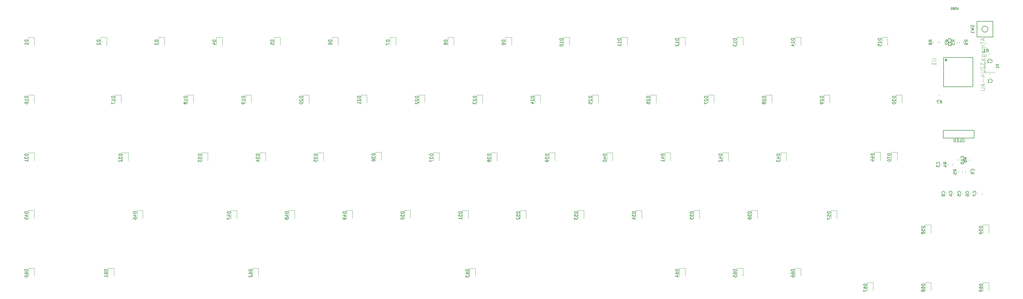
<source format=gbr>
%TF.GenerationSoftware,KiCad,Pcbnew,(5.1.9)-1*%
%TF.CreationDate,2021-07-17T21:13:41-07:00*%
%TF.ProjectId,unsplit-keyboard,756e7370-6c69-4742-9d6b-6579626f6172,rev?*%
%TF.SameCoordinates,Original*%
%TF.FileFunction,Legend,Bot*%
%TF.FilePolarity,Positive*%
%FSLAX46Y46*%
G04 Gerber Fmt 4.6, Leading zero omitted, Abs format (unit mm)*
G04 Created by KiCad (PCBNEW (5.1.9)-1) date 2021-07-17 21:13:41*
%MOMM*%
%LPD*%
G01*
G04 APERTURE LIST*
%ADD10C,0.120000*%
%ADD11C,0.150000*%
%ADD12C,0.254000*%
%ADD13C,0.203200*%
%ADD14C,0.050000*%
G04 APERTURE END LIST*
D10*
%TO.C,R9*%
X340333000Y-25627064D02*
X340333000Y-25172936D01*
X338863000Y-25627064D02*
X338863000Y-25172936D01*
%TO.C,R8*%
X330354000Y-25172936D02*
X330354000Y-25627064D01*
X331824000Y-25172936D02*
X331824000Y-25627064D01*
D11*
%TO.C,SW1*%
X349945000Y-23682000D02*
X349945000Y-18482000D01*
X349945000Y-18482000D02*
X344745000Y-18482000D01*
X344745000Y-18482000D02*
X344745000Y-23682000D01*
X344745000Y-23682000D02*
X349945000Y-23682000D01*
X348345000Y-21082000D02*
G75*
G03*
X348345000Y-21082000I-1000000J0D01*
G01*
D10*
%TO.C,R1*%
X347460836Y-27239900D02*
X347914964Y-27239900D01*
X347460836Y-25769900D02*
X347914964Y-25769900D01*
%TO.C,X1*%
X350639650Y-35267650D02*
X347339650Y-35267650D01*
X347339650Y-35267650D02*
X347339650Y-31267650D01*
%TO.C,C7*%
X344920900Y-75087848D02*
X344920900Y-75610352D01*
X346390900Y-75087848D02*
X346390900Y-75610352D01*
%TO.C,C4*%
X337046900Y-75087848D02*
X337046900Y-75610352D01*
X338516900Y-75087848D02*
X338516900Y-75610352D01*
%TO.C,C6*%
X342507900Y-75087848D02*
X342507900Y-75610352D01*
X343977900Y-75087848D02*
X343977900Y-75610352D01*
%TO.C,C5*%
X339840900Y-75087848D02*
X339840900Y-75610352D01*
X341310900Y-75087848D02*
X341310900Y-75610352D01*
%TO.C,C2*%
X348639498Y-30738750D02*
X349162002Y-30738750D01*
X348639498Y-29268750D02*
X349162002Y-29268750D01*
%TO.C,C8*%
X334633900Y-75087848D02*
X334633900Y-75610352D01*
X336103900Y-75087848D02*
X336103900Y-75610352D01*
%TO.C,C1*%
X348705498Y-37215750D02*
X349228002Y-37215750D01*
X348705498Y-35745750D02*
X349228002Y-35745750D01*
D12*
%TO.C,U1*%
X334821940Y-31264090D02*
G75*
G03*
X334821940Y-31264090I-282700J0D01*
G01*
D13*
X343339240Y-30464090D02*
X333739240Y-30464090D01*
X343339240Y-40064090D02*
X343339240Y-30464090D01*
X333739240Y-40064090D02*
X343339240Y-40064090D01*
X333739240Y-30464090D02*
X333739240Y-40064090D01*
D10*
%TO.C,C3*%
X334370350Y-65480298D02*
X334370350Y-66002802D01*
X332900350Y-65480298D02*
X332900350Y-66002802D01*
%TO.C,C10*%
X342371350Y-64013048D02*
X342371350Y-64535552D01*
X340901350Y-64013048D02*
X340901350Y-64535552D01*
%TO.C,C9*%
X340901350Y-68288802D02*
X340901350Y-67766298D01*
X342371350Y-68288802D02*
X342371350Y-67766298D01*
%TO.C,R5*%
X339921100Y-67893986D02*
X339921100Y-68348114D01*
X338451100Y-67893986D02*
X338451100Y-68348114D01*
%TO.C,R6*%
X338488350Y-64444614D02*
X338488350Y-63990486D01*
X339958350Y-64444614D02*
X339958350Y-63990486D01*
%TO.C,R4*%
X336656350Y-65514486D02*
X336656350Y-65968614D01*
X335186350Y-65514486D02*
X335186350Y-65968614D01*
%TO.C,R7*%
X332123676Y-44254090D02*
X332577804Y-44254090D01*
X332123676Y-42784090D02*
X332577804Y-42784090D01*
%TO.C,R3*%
X334546270Y-25628334D02*
X334546270Y-25174206D01*
X336016270Y-25628334D02*
X336016270Y-25174206D01*
%TO.C,R2*%
X332481250Y-25628334D02*
X332481250Y-25174206D01*
X333951250Y-25628334D02*
X333951250Y-25174206D01*
D11*
%TO.C,OL1*%
X343789000Y-57023000D02*
X333629000Y-57023000D01*
X333629000Y-57023000D02*
X333629000Y-54483000D01*
X333629000Y-54483000D02*
X343789000Y-54483000D01*
X343789000Y-54483000D02*
X343789000Y-57023000D01*
D10*
%TO.C,D70*%
X318460000Y-61688000D02*
X318460000Y-64373000D01*
X316540000Y-61688000D02*
X318460000Y-61688000D01*
X316540000Y-64373000D02*
X316540000Y-61688000D01*
%TO.C,D69*%
X346702500Y-107362500D02*
X346702500Y-104677500D01*
X346702500Y-104677500D02*
X348622500Y-104677500D01*
X348622500Y-104677500D02*
X348622500Y-107362500D01*
%TO.C,D68*%
X327652500Y-107362500D02*
X327652500Y-104677500D01*
X327652500Y-104677500D02*
X329572500Y-104677500D01*
X329572500Y-104677500D02*
X329572500Y-107362500D01*
%TO.C,D67*%
X308602500Y-107362500D02*
X308602500Y-104677500D01*
X308602500Y-104677500D02*
X310522500Y-104677500D01*
X310522500Y-104677500D02*
X310522500Y-107362500D01*
%TO.C,D66*%
X284790000Y-102600000D02*
X284790000Y-99915000D01*
X284790000Y-99915000D02*
X286710000Y-99915000D01*
X286710000Y-99915000D02*
X286710000Y-102600000D01*
%TO.C,D65*%
X265740000Y-102600000D02*
X265740000Y-99915000D01*
X265740000Y-99915000D02*
X267660000Y-99915000D01*
X267660000Y-99915000D02*
X267660000Y-102600000D01*
%TO.C,D64*%
X246690000Y-102600000D02*
X246690000Y-99915000D01*
X246690000Y-99915000D02*
X248610000Y-99915000D01*
X248610000Y-99915000D02*
X248610000Y-102600000D01*
%TO.C,D63*%
X177633750Y-102600000D02*
X177633750Y-99915000D01*
X177633750Y-99915000D02*
X179553750Y-99915000D01*
X179553750Y-99915000D02*
X179553750Y-102600000D01*
%TO.C,D62*%
X108116250Y-99915000D02*
X108116250Y-102600000D01*
X106196250Y-99915000D02*
X108116250Y-99915000D01*
X106196250Y-102600000D02*
X106196250Y-99915000D01*
%TO.C,D61*%
X60491250Y-99915000D02*
X60491250Y-102600000D01*
X58571250Y-99915000D02*
X60491250Y-99915000D01*
X58571250Y-102600000D02*
X58571250Y-99915000D01*
%TO.C,D60*%
X34297500Y-99915000D02*
X34297500Y-102600000D01*
X32377500Y-99915000D02*
X34297500Y-99915000D01*
X32377500Y-102600000D02*
X32377500Y-99915000D01*
%TO.C,D59*%
X346702500Y-88312500D02*
X346702500Y-85627500D01*
X346702500Y-85627500D02*
X348622500Y-85627500D01*
X348622500Y-85627500D02*
X348622500Y-88312500D01*
%TO.C,D58*%
X327652500Y-88312500D02*
X327652500Y-85627500D01*
X327652500Y-85627500D02*
X329572500Y-85627500D01*
X329572500Y-85627500D02*
X329572500Y-88312500D01*
%TO.C,D57*%
X296696250Y-83550000D02*
X296696250Y-80865000D01*
X296696250Y-80865000D02*
X298616250Y-80865000D01*
X298616250Y-80865000D02*
X298616250Y-83550000D01*
%TO.C,D56*%
X270502500Y-83550000D02*
X270502500Y-80865000D01*
X270502500Y-80865000D02*
X272422500Y-80865000D01*
X272422500Y-80865000D02*
X272422500Y-83550000D01*
%TO.C,D55*%
X251452500Y-83550000D02*
X251452500Y-80865000D01*
X251452500Y-80865000D02*
X253372500Y-80865000D01*
X253372500Y-80865000D02*
X253372500Y-83550000D01*
%TO.C,D54*%
X232402500Y-83550000D02*
X232402500Y-80865000D01*
X232402500Y-80865000D02*
X234322500Y-80865000D01*
X234322500Y-80865000D02*
X234322500Y-83550000D01*
%TO.C,D53*%
X213352500Y-83550000D02*
X213352500Y-80865000D01*
X213352500Y-80865000D02*
X215272500Y-80865000D01*
X215272500Y-80865000D02*
X215272500Y-83550000D01*
%TO.C,D52*%
X194302500Y-83550000D02*
X194302500Y-80865000D01*
X194302500Y-80865000D02*
X196222500Y-80865000D01*
X196222500Y-80865000D02*
X196222500Y-83550000D01*
%TO.C,D51*%
X175252500Y-83550000D02*
X175252500Y-80865000D01*
X175252500Y-80865000D02*
X177172500Y-80865000D01*
X177172500Y-80865000D02*
X177172500Y-83550000D01*
%TO.C,D50*%
X156202500Y-83550000D02*
X156202500Y-80865000D01*
X156202500Y-80865000D02*
X158122500Y-80865000D01*
X158122500Y-80865000D02*
X158122500Y-83550000D01*
%TO.C,D49*%
X137152500Y-83550000D02*
X137152500Y-80865000D01*
X137152500Y-80865000D02*
X139072500Y-80865000D01*
X139072500Y-80865000D02*
X139072500Y-83550000D01*
%TO.C,D48*%
X118102500Y-83550000D02*
X118102500Y-80865000D01*
X118102500Y-80865000D02*
X120022500Y-80865000D01*
X120022500Y-80865000D02*
X120022500Y-83550000D01*
%TO.C,D47*%
X99052500Y-83550000D02*
X99052500Y-80865000D01*
X99052500Y-80865000D02*
X100972500Y-80865000D01*
X100972500Y-80865000D02*
X100972500Y-83550000D01*
%TO.C,D46*%
X68096250Y-83550000D02*
X68096250Y-80865000D01*
X68096250Y-80865000D02*
X70016250Y-80865000D01*
X70016250Y-80865000D02*
X70016250Y-83550000D01*
%TO.C,D45*%
X32377500Y-83550000D02*
X32377500Y-80865000D01*
X32377500Y-80865000D02*
X34297500Y-80865000D01*
X34297500Y-80865000D02*
X34297500Y-83550000D01*
%TO.C,D44*%
X310983750Y-64356250D02*
X310983750Y-61671250D01*
X310983750Y-61671250D02*
X312903750Y-61671250D01*
X312903750Y-61671250D02*
X312903750Y-64356250D01*
%TO.C,D43*%
X280027500Y-64500000D02*
X280027500Y-61815000D01*
X280027500Y-61815000D02*
X281947500Y-61815000D01*
X281947500Y-61815000D02*
X281947500Y-64500000D01*
%TO.C,D42*%
X260977500Y-64500000D02*
X260977500Y-61815000D01*
X260977500Y-61815000D02*
X262897500Y-61815000D01*
X262897500Y-61815000D02*
X262897500Y-64500000D01*
%TO.C,D41*%
X241927500Y-64500000D02*
X241927500Y-61815000D01*
X241927500Y-61815000D02*
X243847500Y-61815000D01*
X243847500Y-61815000D02*
X243847500Y-64500000D01*
%TO.C,D40*%
X222877500Y-64500000D02*
X222877500Y-61815000D01*
X222877500Y-61815000D02*
X224797500Y-61815000D01*
X224797500Y-61815000D02*
X224797500Y-64500000D01*
%TO.C,D39*%
X203827500Y-64500000D02*
X203827500Y-61815000D01*
X203827500Y-61815000D02*
X205747500Y-61815000D01*
X205747500Y-61815000D02*
X205747500Y-64500000D01*
%TO.C,D38*%
X184777500Y-64500000D02*
X184777500Y-61815000D01*
X184777500Y-61815000D02*
X186697500Y-61815000D01*
X186697500Y-61815000D02*
X186697500Y-64500000D01*
%TO.C,D37*%
X165727500Y-64500000D02*
X165727500Y-61815000D01*
X165727500Y-61815000D02*
X167647500Y-61815000D01*
X167647500Y-61815000D02*
X167647500Y-64500000D01*
%TO.C,D36*%
X146677500Y-64356250D02*
X146677500Y-61671250D01*
X146677500Y-61671250D02*
X148597500Y-61671250D01*
X148597500Y-61671250D02*
X148597500Y-64356250D01*
%TO.C,D35*%
X127627500Y-64500000D02*
X127627500Y-61815000D01*
X127627500Y-61815000D02*
X129547500Y-61815000D01*
X129547500Y-61815000D02*
X129547500Y-64500000D01*
%TO.C,D34*%
X108577500Y-64500000D02*
X108577500Y-61815000D01*
X108577500Y-61815000D02*
X110497500Y-61815000D01*
X110497500Y-61815000D02*
X110497500Y-64500000D01*
%TO.C,D33*%
X89527500Y-64500000D02*
X89527500Y-61815000D01*
X89527500Y-61815000D02*
X91447500Y-61815000D01*
X91447500Y-61815000D02*
X91447500Y-64500000D01*
%TO.C,D32*%
X63333750Y-64500000D02*
X63333750Y-61815000D01*
X63333750Y-61815000D02*
X65253750Y-61815000D01*
X65253750Y-61815000D02*
X65253750Y-64500000D01*
%TO.C,D31*%
X32377500Y-64500000D02*
X32377500Y-61815000D01*
X32377500Y-61815000D02*
X34297500Y-61815000D01*
X34297500Y-61815000D02*
X34297500Y-64500000D01*
%TO.C,D30*%
X318127500Y-45450000D02*
X318127500Y-42765000D01*
X318127500Y-42765000D02*
X320047500Y-42765000D01*
X320047500Y-42765000D02*
X320047500Y-45450000D01*
%TO.C,D29*%
X294315000Y-45450000D02*
X294315000Y-42765000D01*
X294315000Y-42765000D02*
X296235000Y-42765000D01*
X296235000Y-42765000D02*
X296235000Y-45450000D01*
%TO.C,D28*%
X275265000Y-45450000D02*
X275265000Y-42765000D01*
X275265000Y-42765000D02*
X277185000Y-42765000D01*
X277185000Y-42765000D02*
X277185000Y-45450000D01*
%TO.C,D27*%
X256215000Y-45450000D02*
X256215000Y-42765000D01*
X256215000Y-42765000D02*
X258135000Y-42765000D01*
X258135000Y-42765000D02*
X258135000Y-45450000D01*
%TO.C,D26*%
X237165000Y-45450000D02*
X237165000Y-42765000D01*
X237165000Y-42765000D02*
X239085000Y-42765000D01*
X239085000Y-42765000D02*
X239085000Y-45450000D01*
%TO.C,D25*%
X218115000Y-45450000D02*
X218115000Y-42765000D01*
X218115000Y-42765000D02*
X220035000Y-42765000D01*
X220035000Y-42765000D02*
X220035000Y-45450000D01*
%TO.C,D24*%
X199065000Y-45450000D02*
X199065000Y-42765000D01*
X199065000Y-42765000D02*
X200985000Y-42765000D01*
X200985000Y-42765000D02*
X200985000Y-45450000D01*
%TO.C,D23*%
X180015000Y-45450000D02*
X180015000Y-42765000D01*
X180015000Y-42765000D02*
X181935000Y-42765000D01*
X181935000Y-42765000D02*
X181935000Y-45450000D01*
%TO.C,D22*%
X160965000Y-45450000D02*
X160965000Y-42765000D01*
X160965000Y-42765000D02*
X162885000Y-42765000D01*
X162885000Y-42765000D02*
X162885000Y-45450000D01*
%TO.C,D21*%
X141915000Y-45450000D02*
X141915000Y-42765000D01*
X141915000Y-42765000D02*
X143835000Y-42765000D01*
X143835000Y-42765000D02*
X143835000Y-45450000D01*
%TO.C,D20*%
X122865000Y-45450000D02*
X122865000Y-42765000D01*
X122865000Y-42765000D02*
X124785000Y-42765000D01*
X124785000Y-42765000D02*
X124785000Y-45450000D01*
%TO.C,D19*%
X103815000Y-45450000D02*
X103815000Y-42765000D01*
X103815000Y-42765000D02*
X105735000Y-42765000D01*
X105735000Y-42765000D02*
X105735000Y-45450000D01*
%TO.C,D18*%
X84765000Y-45450000D02*
X84765000Y-42765000D01*
X84765000Y-42765000D02*
X86685000Y-42765000D01*
X86685000Y-42765000D02*
X86685000Y-45450000D01*
%TO.C,D17*%
X60952500Y-45450000D02*
X60952500Y-42765000D01*
X60952500Y-42765000D02*
X62872500Y-42765000D01*
X62872500Y-42765000D02*
X62872500Y-45450000D01*
%TO.C,D16*%
X32377500Y-45450000D02*
X32377500Y-42765000D01*
X32377500Y-42765000D02*
X34297500Y-42765000D01*
X34297500Y-42765000D02*
X34297500Y-45450000D01*
%TO.C,D15*%
X313365000Y-26400000D02*
X313365000Y-23715000D01*
X313365000Y-23715000D02*
X315285000Y-23715000D01*
X315285000Y-23715000D02*
X315285000Y-26400000D01*
%TO.C,D14*%
X284790000Y-26400000D02*
X284790000Y-23715000D01*
X284790000Y-23715000D02*
X286710000Y-23715000D01*
X286710000Y-23715000D02*
X286710000Y-26400000D01*
%TO.C,D13*%
X265740000Y-26400000D02*
X265740000Y-23715000D01*
X265740000Y-23715000D02*
X267660000Y-23715000D01*
X267660000Y-23715000D02*
X267660000Y-26400000D01*
%TO.C,D12*%
X246690000Y-26400000D02*
X246690000Y-23715000D01*
X246690000Y-23715000D02*
X248610000Y-23715000D01*
X248610000Y-23715000D02*
X248610000Y-26400000D01*
%TO.C,D11*%
X227640000Y-26400000D02*
X227640000Y-23715000D01*
X227640000Y-23715000D02*
X229560000Y-23715000D01*
X229560000Y-23715000D02*
X229560000Y-26400000D01*
%TO.C,D10*%
X208590000Y-26400000D02*
X208590000Y-23715000D01*
X208590000Y-23715000D02*
X210510000Y-23715000D01*
X210510000Y-23715000D02*
X210510000Y-26400000D01*
%TO.C,D9*%
X189540000Y-26400000D02*
X189540000Y-23715000D01*
X189540000Y-23715000D02*
X191460000Y-23715000D01*
X191460000Y-23715000D02*
X191460000Y-26400000D01*
%TO.C,D8*%
X170490000Y-26400000D02*
X170490000Y-23715000D01*
X170490000Y-23715000D02*
X172410000Y-23715000D01*
X172410000Y-23715000D02*
X172410000Y-26400000D01*
%TO.C,D7*%
X151440000Y-26400000D02*
X151440000Y-23715000D01*
X151440000Y-23715000D02*
X153360000Y-23715000D01*
X153360000Y-23715000D02*
X153360000Y-26400000D01*
%TO.C,D6*%
X132390000Y-26400000D02*
X132390000Y-23715000D01*
X132390000Y-23715000D02*
X134310000Y-23715000D01*
X134310000Y-23715000D02*
X134310000Y-26400000D01*
%TO.C,D5*%
X113340000Y-26400000D02*
X113340000Y-23715000D01*
X113340000Y-23715000D02*
X115260000Y-23715000D01*
X115260000Y-23715000D02*
X115260000Y-26400000D01*
%TO.C,D4*%
X94290000Y-26400000D02*
X94290000Y-23715000D01*
X94290000Y-23715000D02*
X96210000Y-23715000D01*
X96210000Y-23715000D02*
X96210000Y-26400000D01*
%TO.C,D3*%
X77160000Y-23715000D02*
X77160000Y-26400000D01*
X75240000Y-23715000D02*
X77160000Y-23715000D01*
X75240000Y-26400000D02*
X75240000Y-23715000D01*
%TO.C,D2*%
X58110000Y-23715000D02*
X58110000Y-26400000D01*
X56190000Y-23715000D02*
X58110000Y-23715000D01*
X56190000Y-26400000D02*
X56190000Y-23715000D01*
%TO.C,D1*%
X34297500Y-23715000D02*
X34297500Y-26400000D01*
X32377500Y-23715000D02*
X34297500Y-23715000D01*
X32377500Y-26400000D02*
X32377500Y-23715000D01*
%TO.C,C11*%
X338174000Y-25138748D02*
X338174000Y-25661252D01*
X336704000Y-25138748D02*
X336704000Y-25661252D01*
%TO.C,R9*%
D11*
X341700380Y-25233333D02*
X341224190Y-24900000D01*
X341700380Y-24661904D02*
X340700380Y-24661904D01*
X340700380Y-25042857D01*
X340748000Y-25138095D01*
X340795619Y-25185714D01*
X340890857Y-25233333D01*
X341033714Y-25233333D01*
X341128952Y-25185714D01*
X341176571Y-25138095D01*
X341224190Y-25042857D01*
X341224190Y-24661904D01*
X341700380Y-25709523D02*
X341700380Y-25900000D01*
X341652761Y-25995238D01*
X341605142Y-26042857D01*
X341462285Y-26138095D01*
X341271809Y-26185714D01*
X340890857Y-26185714D01*
X340795619Y-26138095D01*
X340748000Y-26090476D01*
X340700380Y-25995238D01*
X340700380Y-25804761D01*
X340748000Y-25709523D01*
X340795619Y-25661904D01*
X340890857Y-25614285D01*
X341128952Y-25614285D01*
X341224190Y-25661904D01*
X341271809Y-25709523D01*
X341319428Y-25804761D01*
X341319428Y-25995238D01*
X341271809Y-26090476D01*
X341224190Y-26138095D01*
X341128952Y-26185714D01*
%TO.C,R8*%
X329891380Y-25233333D02*
X329415190Y-24900000D01*
X329891380Y-24661904D02*
X328891380Y-24661904D01*
X328891380Y-25042857D01*
X328939000Y-25138095D01*
X328986619Y-25185714D01*
X329081857Y-25233333D01*
X329224714Y-25233333D01*
X329319952Y-25185714D01*
X329367571Y-25138095D01*
X329415190Y-25042857D01*
X329415190Y-24661904D01*
X329319952Y-25804761D02*
X329272333Y-25709523D01*
X329224714Y-25661904D01*
X329129476Y-25614285D01*
X329081857Y-25614285D01*
X328986619Y-25661904D01*
X328939000Y-25709523D01*
X328891380Y-25804761D01*
X328891380Y-25995238D01*
X328939000Y-26090476D01*
X328986619Y-26138095D01*
X329081857Y-26185714D01*
X329129476Y-26185714D01*
X329224714Y-26138095D01*
X329272333Y-26090476D01*
X329319952Y-25995238D01*
X329319952Y-25804761D01*
X329367571Y-25709523D01*
X329415190Y-25661904D01*
X329510428Y-25614285D01*
X329700904Y-25614285D01*
X329796142Y-25661904D01*
X329843761Y-25709523D01*
X329891380Y-25804761D01*
X329891380Y-25995238D01*
X329843761Y-26090476D01*
X329796142Y-26138095D01*
X329700904Y-26185714D01*
X329510428Y-26185714D01*
X329415190Y-26138095D01*
X329367571Y-26090476D01*
X329319952Y-25995238D01*
%TO.C,USB1*%
X338561686Y-13905436D02*
X338561686Y-14472103D01*
X338528353Y-14538770D01*
X338495020Y-14572103D01*
X338428353Y-14605436D01*
X338295020Y-14605436D01*
X338228353Y-14572103D01*
X338195020Y-14538770D01*
X338161686Y-14472103D01*
X338161686Y-13905436D01*
X337861686Y-14572103D02*
X337761686Y-14605436D01*
X337595020Y-14605436D01*
X337528353Y-14572103D01*
X337495020Y-14538770D01*
X337461686Y-14472103D01*
X337461686Y-14405436D01*
X337495020Y-14338770D01*
X337528353Y-14305436D01*
X337595020Y-14272103D01*
X337728353Y-14238770D01*
X337795020Y-14205436D01*
X337828353Y-14172103D01*
X337861686Y-14105436D01*
X337861686Y-14038770D01*
X337828353Y-13972103D01*
X337795020Y-13938770D01*
X337728353Y-13905436D01*
X337561686Y-13905436D01*
X337461686Y-13938770D01*
X336928353Y-14238770D02*
X336828353Y-14272103D01*
X336795020Y-14305436D01*
X336761686Y-14372103D01*
X336761686Y-14472103D01*
X336795020Y-14538770D01*
X336828353Y-14572103D01*
X336895020Y-14605436D01*
X337161686Y-14605436D01*
X337161686Y-13905436D01*
X336928353Y-13905436D01*
X336861686Y-13938770D01*
X336828353Y-13972103D01*
X336795020Y-14038770D01*
X336795020Y-14105436D01*
X336828353Y-14172103D01*
X336861686Y-14205436D01*
X336928353Y-14238770D01*
X337161686Y-14238770D01*
X336095020Y-14605436D02*
X336495020Y-14605436D01*
X336295020Y-14605436D02*
X336295020Y-13905436D01*
X336361686Y-14005436D01*
X336428353Y-14072103D01*
X336495020Y-14105436D01*
%TO.C,SW1*%
X343685761Y-19748666D02*
X343733380Y-19891523D01*
X343733380Y-20129619D01*
X343685761Y-20224857D01*
X343638142Y-20272476D01*
X343542904Y-20320095D01*
X343447666Y-20320095D01*
X343352428Y-20272476D01*
X343304809Y-20224857D01*
X343257190Y-20129619D01*
X343209571Y-19939142D01*
X343161952Y-19843904D01*
X343114333Y-19796285D01*
X343019095Y-19748666D01*
X342923857Y-19748666D01*
X342828619Y-19796285D01*
X342781000Y-19843904D01*
X342733380Y-19939142D01*
X342733380Y-20177238D01*
X342781000Y-20320095D01*
X342733380Y-20653428D02*
X343733380Y-20891523D01*
X343019095Y-21082000D01*
X343733380Y-21272476D01*
X342733380Y-21510571D01*
X343733380Y-22415333D02*
X343733380Y-21843904D01*
X343733380Y-22129619D02*
X342733380Y-22129619D01*
X342876238Y-22034380D01*
X342971476Y-21939142D01*
X343019095Y-21843904D01*
%TO.C,R1*%
X347854566Y-28607280D02*
X348187900Y-28131090D01*
X348425995Y-28607280D02*
X348425995Y-27607280D01*
X348045042Y-27607280D01*
X347949804Y-27654900D01*
X347902185Y-27702519D01*
X347854566Y-27797757D01*
X347854566Y-27940614D01*
X347902185Y-28035852D01*
X347949804Y-28083471D01*
X348045042Y-28131090D01*
X348425995Y-28131090D01*
X346902185Y-28607280D02*
X347473614Y-28607280D01*
X347187900Y-28607280D02*
X347187900Y-27607280D01*
X347283138Y-27750138D01*
X347378376Y-27845376D01*
X347473614Y-27892995D01*
%TO.C,X1*%
X351001554Y-32620030D02*
X351801554Y-33153364D01*
X351001554Y-33153364D02*
X351801554Y-32620030D01*
X351801554Y-33877173D02*
X351801554Y-33420030D01*
X351801554Y-33648602D02*
X351001554Y-33648602D01*
X351115840Y-33572411D01*
X351192030Y-33496221D01*
X351230126Y-33420030D01*
%TO.C,C7*%
X344333042Y-75182433D02*
X344380661Y-75134814D01*
X344428280Y-74991957D01*
X344428280Y-74896719D01*
X344380661Y-74753861D01*
X344285423Y-74658623D01*
X344190185Y-74611004D01*
X343999709Y-74563385D01*
X343856852Y-74563385D01*
X343666376Y-74611004D01*
X343571138Y-74658623D01*
X343475900Y-74753861D01*
X343428280Y-74896719D01*
X343428280Y-74991957D01*
X343475900Y-75134814D01*
X343523519Y-75182433D01*
X343428280Y-75515766D02*
X343428280Y-76182433D01*
X344428280Y-75753861D01*
%TO.C,C4*%
X336459042Y-75182433D02*
X336506661Y-75134814D01*
X336554280Y-74991957D01*
X336554280Y-74896719D01*
X336506661Y-74753861D01*
X336411423Y-74658623D01*
X336316185Y-74611004D01*
X336125709Y-74563385D01*
X335982852Y-74563385D01*
X335792376Y-74611004D01*
X335697138Y-74658623D01*
X335601900Y-74753861D01*
X335554280Y-74896719D01*
X335554280Y-74991957D01*
X335601900Y-75134814D01*
X335649519Y-75182433D01*
X335887614Y-76039576D02*
X336554280Y-76039576D01*
X335506661Y-75801480D02*
X336220947Y-75563385D01*
X336220947Y-76182433D01*
%TO.C,C6*%
X341920042Y-75182433D02*
X341967661Y-75134814D01*
X342015280Y-74991957D01*
X342015280Y-74896719D01*
X341967661Y-74753861D01*
X341872423Y-74658623D01*
X341777185Y-74611004D01*
X341586709Y-74563385D01*
X341443852Y-74563385D01*
X341253376Y-74611004D01*
X341158138Y-74658623D01*
X341062900Y-74753861D01*
X341015280Y-74896719D01*
X341015280Y-74991957D01*
X341062900Y-75134814D01*
X341110519Y-75182433D01*
X341015280Y-76039576D02*
X341015280Y-75849100D01*
X341062900Y-75753861D01*
X341110519Y-75706242D01*
X341253376Y-75611004D01*
X341443852Y-75563385D01*
X341824804Y-75563385D01*
X341920042Y-75611004D01*
X341967661Y-75658623D01*
X342015280Y-75753861D01*
X342015280Y-75944338D01*
X341967661Y-76039576D01*
X341920042Y-76087195D01*
X341824804Y-76134814D01*
X341586709Y-76134814D01*
X341491471Y-76087195D01*
X341443852Y-76039576D01*
X341396233Y-75944338D01*
X341396233Y-75753861D01*
X341443852Y-75658623D01*
X341491471Y-75611004D01*
X341586709Y-75563385D01*
%TO.C,C5*%
X339253042Y-75182433D02*
X339300661Y-75134814D01*
X339348280Y-74991957D01*
X339348280Y-74896719D01*
X339300661Y-74753861D01*
X339205423Y-74658623D01*
X339110185Y-74611004D01*
X338919709Y-74563385D01*
X338776852Y-74563385D01*
X338586376Y-74611004D01*
X338491138Y-74658623D01*
X338395900Y-74753861D01*
X338348280Y-74896719D01*
X338348280Y-74991957D01*
X338395900Y-75134814D01*
X338443519Y-75182433D01*
X338348280Y-76087195D02*
X338348280Y-75611004D01*
X338824471Y-75563385D01*
X338776852Y-75611004D01*
X338729233Y-75706242D01*
X338729233Y-75944338D01*
X338776852Y-76039576D01*
X338824471Y-76087195D01*
X338919709Y-76134814D01*
X339157804Y-76134814D01*
X339253042Y-76087195D01*
X339300661Y-76039576D01*
X339348280Y-75944338D01*
X339348280Y-75706242D01*
X339300661Y-75611004D01*
X339253042Y-75563385D01*
%TO.C,C2*%
X349067416Y-32040892D02*
X349115035Y-32088511D01*
X349257892Y-32136130D01*
X349353130Y-32136130D01*
X349495988Y-32088511D01*
X349591226Y-31993273D01*
X349638845Y-31898035D01*
X349686464Y-31707559D01*
X349686464Y-31564702D01*
X349638845Y-31374226D01*
X349591226Y-31278988D01*
X349495988Y-31183750D01*
X349353130Y-31136130D01*
X349257892Y-31136130D01*
X349115035Y-31183750D01*
X349067416Y-31231369D01*
X348686464Y-31231369D02*
X348638845Y-31183750D01*
X348543607Y-31136130D01*
X348305511Y-31136130D01*
X348210273Y-31183750D01*
X348162654Y-31231369D01*
X348115035Y-31326607D01*
X348115035Y-31421845D01*
X348162654Y-31564702D01*
X348734083Y-32136130D01*
X348115035Y-32136130D01*
%TO.C,C8*%
X334046042Y-75182433D02*
X334093661Y-75134814D01*
X334141280Y-74991957D01*
X334141280Y-74896719D01*
X334093661Y-74753861D01*
X333998423Y-74658623D01*
X333903185Y-74611004D01*
X333712709Y-74563385D01*
X333569852Y-74563385D01*
X333379376Y-74611004D01*
X333284138Y-74658623D01*
X333188900Y-74753861D01*
X333141280Y-74896719D01*
X333141280Y-74991957D01*
X333188900Y-75134814D01*
X333236519Y-75182433D01*
X333569852Y-75753861D02*
X333522233Y-75658623D01*
X333474614Y-75611004D01*
X333379376Y-75563385D01*
X333331757Y-75563385D01*
X333236519Y-75611004D01*
X333188900Y-75658623D01*
X333141280Y-75753861D01*
X333141280Y-75944338D01*
X333188900Y-76039576D01*
X333236519Y-76087195D01*
X333331757Y-76134814D01*
X333379376Y-76134814D01*
X333474614Y-76087195D01*
X333522233Y-76039576D01*
X333569852Y-75944338D01*
X333569852Y-75753861D01*
X333617471Y-75658623D01*
X333665090Y-75611004D01*
X333760328Y-75563385D01*
X333950804Y-75563385D01*
X334046042Y-75611004D01*
X334093661Y-75658623D01*
X334141280Y-75753861D01*
X334141280Y-75944338D01*
X334093661Y-76039576D01*
X334046042Y-76087195D01*
X333950804Y-76134814D01*
X333760328Y-76134814D01*
X333665090Y-76087195D01*
X333617471Y-76039576D01*
X333569852Y-75944338D01*
%TO.C,C1*%
X349133416Y-38517892D02*
X349181035Y-38565511D01*
X349323892Y-38613130D01*
X349419130Y-38613130D01*
X349561988Y-38565511D01*
X349657226Y-38470273D01*
X349704845Y-38375035D01*
X349752464Y-38184559D01*
X349752464Y-38041702D01*
X349704845Y-37851226D01*
X349657226Y-37755988D01*
X349561988Y-37660750D01*
X349419130Y-37613130D01*
X349323892Y-37613130D01*
X349181035Y-37660750D01*
X349133416Y-37708369D01*
X348181035Y-38613130D02*
X348752464Y-38613130D01*
X348466750Y-38613130D02*
X348466750Y-37613130D01*
X348561988Y-37755988D01*
X348657226Y-37851226D01*
X348752464Y-37898845D01*
%TO.C,U1*%
D14*
X329758573Y-30723423D02*
X330891906Y-30723423D01*
X331025240Y-30790090D01*
X331091906Y-30856756D01*
X331158573Y-30990090D01*
X331158573Y-31256756D01*
X331091906Y-31390090D01*
X331025240Y-31456756D01*
X330891906Y-31523423D01*
X329758573Y-31523423D01*
X331158573Y-32923423D02*
X331158573Y-32123423D01*
X331158573Y-32523423D02*
X329758573Y-32523423D01*
X329958573Y-32390090D01*
X330091906Y-32256756D01*
X330158573Y-32123423D01*
X346898673Y-24114090D02*
X346898673Y-24780756D01*
X347298673Y-23980756D02*
X345898673Y-24447423D01*
X347298673Y-24914090D01*
X345898673Y-25180756D02*
X345898673Y-25980756D01*
X347298673Y-25580756D02*
X345898673Y-25580756D01*
X347298673Y-26447423D02*
X346365340Y-26447423D01*
X346498673Y-26447423D02*
X346432006Y-26514090D01*
X346365340Y-26647423D01*
X346365340Y-26847423D01*
X346432006Y-26980756D01*
X346565340Y-27047423D01*
X347298673Y-27047423D01*
X346565340Y-27047423D02*
X346432006Y-27114090D01*
X346365340Y-27247423D01*
X346365340Y-27447423D01*
X346432006Y-27580756D01*
X346565340Y-27647423D01*
X347298673Y-27647423D01*
X347232006Y-28847423D02*
X347298673Y-28714090D01*
X347298673Y-28447423D01*
X347232006Y-28314090D01*
X347098673Y-28247423D01*
X346565340Y-28247423D01*
X346432006Y-28314090D01*
X346365340Y-28447423D01*
X346365340Y-28714090D01*
X346432006Y-28847423D01*
X346565340Y-28914090D01*
X346698673Y-28914090D01*
X346832006Y-28247423D01*
X346365340Y-30114090D02*
X347498673Y-30114090D01*
X347632006Y-30047423D01*
X347698673Y-29980756D01*
X347765340Y-29847423D01*
X347765340Y-29647423D01*
X347698673Y-29514090D01*
X347232006Y-30114090D02*
X347298673Y-29980756D01*
X347298673Y-29714090D01*
X347232006Y-29580756D01*
X347165340Y-29514090D01*
X347032006Y-29447423D01*
X346632006Y-29447423D01*
X346498673Y-29514090D01*
X346432006Y-29580756D01*
X346365340Y-29714090D01*
X346365340Y-29980756D01*
X346432006Y-30114090D01*
X347298673Y-31380756D02*
X346565340Y-31380756D01*
X346432006Y-31314090D01*
X346365340Y-31180756D01*
X346365340Y-30914090D01*
X346432006Y-30780756D01*
X347232006Y-31380756D02*
X347298673Y-31247423D01*
X347298673Y-30914090D01*
X347232006Y-30780756D01*
X347098673Y-30714090D01*
X346965340Y-30714090D01*
X346832006Y-30780756D01*
X346765340Y-30914090D01*
X346765340Y-31247423D01*
X346698673Y-31380756D01*
X345898673Y-31914090D02*
X345898673Y-32780756D01*
X346432006Y-32314090D01*
X346432006Y-32514090D01*
X346498673Y-32647423D01*
X346565340Y-32714090D01*
X346698673Y-32780756D01*
X347032006Y-32780756D01*
X347165340Y-32714090D01*
X347232006Y-32647423D01*
X347298673Y-32514090D01*
X347298673Y-32114090D01*
X347232006Y-31980756D01*
X347165340Y-31914090D01*
X346032006Y-33314090D02*
X345965340Y-33380756D01*
X345898673Y-33514090D01*
X345898673Y-33847423D01*
X345965340Y-33980756D01*
X346032006Y-34047423D01*
X346165340Y-34114090D01*
X346298673Y-34114090D01*
X346498673Y-34047423D01*
X347298673Y-33247423D01*
X347298673Y-34114090D01*
X345898673Y-34714090D02*
X347032006Y-34714090D01*
X347165340Y-34780756D01*
X347232006Y-34847423D01*
X347298673Y-34980756D01*
X347298673Y-35247423D01*
X347232006Y-35380756D01*
X347165340Y-35447423D01*
X347032006Y-35514090D01*
X345898673Y-35514090D01*
X346365340Y-36780756D02*
X347298673Y-36780756D01*
X345832006Y-36447423D02*
X346832006Y-36114090D01*
X346832006Y-36980756D01*
X346765340Y-37514090D02*
X346765340Y-38580756D01*
X346898673Y-39180756D02*
X346898673Y-39847423D01*
X347298673Y-39047423D02*
X345898673Y-39514090D01*
X347298673Y-39980756D01*
X345898673Y-40447423D02*
X347032006Y-40447423D01*
X347165340Y-40514090D01*
X347232006Y-40580756D01*
X347298673Y-40714090D01*
X347298673Y-40980756D01*
X347232006Y-41114090D01*
X347165340Y-41180756D01*
X347032006Y-41247423D01*
X345898673Y-41247423D01*
%TO.C,C3*%
D11*
X332312492Y-65574883D02*
X332360111Y-65527264D01*
X332407730Y-65384407D01*
X332407730Y-65289169D01*
X332360111Y-65146311D01*
X332264873Y-65051073D01*
X332169635Y-65003454D01*
X331979159Y-64955835D01*
X331836302Y-64955835D01*
X331645826Y-65003454D01*
X331550588Y-65051073D01*
X331455350Y-65146311D01*
X331407730Y-65289169D01*
X331407730Y-65384407D01*
X331455350Y-65527264D01*
X331502969Y-65574883D01*
X331407730Y-65908216D02*
X331407730Y-66527264D01*
X331788683Y-66193930D01*
X331788683Y-66336788D01*
X331836302Y-66432026D01*
X331883921Y-66479645D01*
X331979159Y-66527264D01*
X332217254Y-66527264D01*
X332312492Y-66479645D01*
X332360111Y-66432026D01*
X332407730Y-66336788D01*
X332407730Y-66051073D01*
X332360111Y-65955835D01*
X332312492Y-65908216D01*
%TO.C,C10*%
X340313492Y-63631442D02*
X340361111Y-63583823D01*
X340408730Y-63440966D01*
X340408730Y-63345728D01*
X340361111Y-63202871D01*
X340265873Y-63107633D01*
X340170635Y-63060014D01*
X339980159Y-63012395D01*
X339837302Y-63012395D01*
X339646826Y-63060014D01*
X339551588Y-63107633D01*
X339456350Y-63202871D01*
X339408730Y-63345728D01*
X339408730Y-63440966D01*
X339456350Y-63583823D01*
X339503969Y-63631442D01*
X340408730Y-64583823D02*
X340408730Y-64012395D01*
X340408730Y-64298109D02*
X339408730Y-64298109D01*
X339551588Y-64202871D01*
X339646826Y-64107633D01*
X339694445Y-64012395D01*
X339408730Y-65202871D02*
X339408730Y-65298109D01*
X339456350Y-65393347D01*
X339503969Y-65440966D01*
X339599207Y-65488585D01*
X339789683Y-65536204D01*
X340027778Y-65536204D01*
X340218254Y-65488585D01*
X340313492Y-65440966D01*
X340361111Y-65393347D01*
X340408730Y-65298109D01*
X340408730Y-65202871D01*
X340361111Y-65107633D01*
X340313492Y-65060014D01*
X340218254Y-65012395D01*
X340027778Y-64964776D01*
X339789683Y-64964776D01*
X339599207Y-65012395D01*
X339503969Y-65060014D01*
X339456350Y-65107633D01*
X339408730Y-65202871D01*
%TO.C,C9*%
X343673492Y-67860883D02*
X343721111Y-67813264D01*
X343768730Y-67670407D01*
X343768730Y-67575169D01*
X343721111Y-67432311D01*
X343625873Y-67337073D01*
X343530635Y-67289454D01*
X343340159Y-67241835D01*
X343197302Y-67241835D01*
X343006826Y-67289454D01*
X342911588Y-67337073D01*
X342816350Y-67432311D01*
X342768730Y-67575169D01*
X342768730Y-67670407D01*
X342816350Y-67813264D01*
X342863969Y-67860883D01*
X343768730Y-68337073D02*
X343768730Y-68527550D01*
X343721111Y-68622788D01*
X343673492Y-68670407D01*
X343530635Y-68765645D01*
X343340159Y-68813264D01*
X342959207Y-68813264D01*
X342863969Y-68765645D01*
X342816350Y-68718026D01*
X342768730Y-68622788D01*
X342768730Y-68432311D01*
X342816350Y-68337073D01*
X342863969Y-68289454D01*
X342959207Y-68241835D01*
X343197302Y-68241835D01*
X343292540Y-68289454D01*
X343340159Y-68337073D01*
X343387778Y-68432311D01*
X343387778Y-68622788D01*
X343340159Y-68718026D01*
X343292540Y-68765645D01*
X343197302Y-68813264D01*
%TO.C,R5*%
X337988480Y-67954383D02*
X337512290Y-67621050D01*
X337988480Y-67382954D02*
X336988480Y-67382954D01*
X336988480Y-67763907D01*
X337036100Y-67859145D01*
X337083719Y-67906764D01*
X337178957Y-67954383D01*
X337321814Y-67954383D01*
X337417052Y-67906764D01*
X337464671Y-67859145D01*
X337512290Y-67763907D01*
X337512290Y-67382954D01*
X336988480Y-68859145D02*
X336988480Y-68382954D01*
X337464671Y-68335335D01*
X337417052Y-68382954D01*
X337369433Y-68478192D01*
X337369433Y-68716288D01*
X337417052Y-68811526D01*
X337464671Y-68859145D01*
X337559909Y-68906764D01*
X337798004Y-68906764D01*
X337893242Y-68859145D01*
X337940861Y-68811526D01*
X337988480Y-68716288D01*
X337988480Y-68478192D01*
X337940861Y-68382954D01*
X337893242Y-68335335D01*
%TO.C,R6*%
X341325730Y-64050883D02*
X340849540Y-63717550D01*
X341325730Y-63479454D02*
X340325730Y-63479454D01*
X340325730Y-63860407D01*
X340373350Y-63955645D01*
X340420969Y-64003264D01*
X340516207Y-64050883D01*
X340659064Y-64050883D01*
X340754302Y-64003264D01*
X340801921Y-63955645D01*
X340849540Y-63860407D01*
X340849540Y-63479454D01*
X340325730Y-64908026D02*
X340325730Y-64717550D01*
X340373350Y-64622311D01*
X340420969Y-64574692D01*
X340563826Y-64479454D01*
X340754302Y-64431835D01*
X341135254Y-64431835D01*
X341230492Y-64479454D01*
X341278111Y-64527073D01*
X341325730Y-64622311D01*
X341325730Y-64812788D01*
X341278111Y-64908026D01*
X341230492Y-64955645D01*
X341135254Y-65003264D01*
X340897159Y-65003264D01*
X340801921Y-64955645D01*
X340754302Y-64908026D01*
X340706683Y-64812788D01*
X340706683Y-64622311D01*
X340754302Y-64527073D01*
X340801921Y-64479454D01*
X340897159Y-64431835D01*
%TO.C,R4*%
X334723730Y-65574883D02*
X334247540Y-65241550D01*
X334723730Y-65003454D02*
X333723730Y-65003454D01*
X333723730Y-65384407D01*
X333771350Y-65479645D01*
X333818969Y-65527264D01*
X333914207Y-65574883D01*
X334057064Y-65574883D01*
X334152302Y-65527264D01*
X334199921Y-65479645D01*
X334247540Y-65384407D01*
X334247540Y-65003454D01*
X334057064Y-66432026D02*
X334723730Y-66432026D01*
X333676111Y-66193930D02*
X334390397Y-65955835D01*
X334390397Y-66574883D01*
%TO.C,R7*%
X332517406Y-45621470D02*
X332850740Y-45145280D01*
X333088835Y-45621470D02*
X333088835Y-44621470D01*
X332707882Y-44621470D01*
X332612644Y-44669090D01*
X332565025Y-44716709D01*
X332517406Y-44811947D01*
X332517406Y-44954804D01*
X332565025Y-45050042D01*
X332612644Y-45097661D01*
X332707882Y-45145280D01*
X333088835Y-45145280D01*
X332184073Y-44621470D02*
X331517406Y-44621470D01*
X331945978Y-45621470D01*
%TO.C,R3*%
X337383650Y-25234603D02*
X336907460Y-24901270D01*
X337383650Y-24663174D02*
X336383650Y-24663174D01*
X336383650Y-25044127D01*
X336431270Y-25139365D01*
X336478889Y-25186984D01*
X336574127Y-25234603D01*
X336716984Y-25234603D01*
X336812222Y-25186984D01*
X336859841Y-25139365D01*
X336907460Y-25044127D01*
X336907460Y-24663174D01*
X336383650Y-25567936D02*
X336383650Y-26186984D01*
X336764603Y-25853650D01*
X336764603Y-25996508D01*
X336812222Y-26091746D01*
X336859841Y-26139365D01*
X336955079Y-26186984D01*
X337193174Y-26186984D01*
X337288412Y-26139365D01*
X337336031Y-26091746D01*
X337383650Y-25996508D01*
X337383650Y-25710793D01*
X337336031Y-25615555D01*
X337288412Y-25567936D01*
%TO.C,R2*%
X335318630Y-25234603D02*
X334842440Y-24901270D01*
X335318630Y-24663174D02*
X334318630Y-24663174D01*
X334318630Y-25044127D01*
X334366250Y-25139365D01*
X334413869Y-25186984D01*
X334509107Y-25234603D01*
X334651964Y-25234603D01*
X334747202Y-25186984D01*
X334794821Y-25139365D01*
X334842440Y-25044127D01*
X334842440Y-24663174D01*
X334413869Y-25615555D02*
X334366250Y-25663174D01*
X334318630Y-25758412D01*
X334318630Y-25996508D01*
X334366250Y-26091746D01*
X334413869Y-26139365D01*
X334509107Y-26186984D01*
X334604345Y-26186984D01*
X334747202Y-26139365D01*
X335318630Y-25567936D01*
X335318630Y-26186984D01*
%TO.C,OL1*%
X340221380Y-57305380D02*
X340030904Y-57305380D01*
X339935666Y-57353000D01*
X339840428Y-57448238D01*
X339792809Y-57638714D01*
X339792809Y-57972047D01*
X339840428Y-58162523D01*
X339935666Y-58257761D01*
X340030904Y-58305380D01*
X340221380Y-58305380D01*
X340316619Y-58257761D01*
X340411857Y-58162523D01*
X340459476Y-57972047D01*
X340459476Y-57638714D01*
X340411857Y-57448238D01*
X340316619Y-57353000D01*
X340221380Y-57305380D01*
X338888047Y-58305380D02*
X339364238Y-58305380D01*
X339364238Y-57305380D01*
X338554714Y-57781571D02*
X338221380Y-57781571D01*
X338078523Y-58305380D02*
X338554714Y-58305380D01*
X338554714Y-57305380D01*
X338078523Y-57305380D01*
X337649952Y-58305380D02*
X337649952Y-57305380D01*
X337411857Y-57305380D01*
X337269000Y-57353000D01*
X337173761Y-57448238D01*
X337126142Y-57543476D01*
X337078523Y-57733952D01*
X337078523Y-57876809D01*
X337126142Y-58067285D01*
X337173761Y-58162523D01*
X337269000Y-58257761D01*
X337411857Y-58305380D01*
X337649952Y-58305380D01*
%TO.C,D70*%
X316302380Y-62158714D02*
X315302380Y-62158714D01*
X315302380Y-62396809D01*
X315350000Y-62539666D01*
X315445238Y-62634904D01*
X315540476Y-62682523D01*
X315730952Y-62730142D01*
X315873809Y-62730142D01*
X316064285Y-62682523D01*
X316159523Y-62634904D01*
X316254761Y-62539666D01*
X316302380Y-62396809D01*
X316302380Y-62158714D01*
X315302380Y-63063476D02*
X315302380Y-63730142D01*
X316302380Y-63301571D01*
X315302380Y-64301571D02*
X315302380Y-64396809D01*
X315350000Y-64492047D01*
X315397619Y-64539666D01*
X315492857Y-64587285D01*
X315683333Y-64634904D01*
X315921428Y-64634904D01*
X316111904Y-64587285D01*
X316207142Y-64539666D01*
X316254761Y-64492047D01*
X316302380Y-64396809D01*
X316302380Y-64301571D01*
X316254761Y-64206333D01*
X316207142Y-64158714D01*
X316111904Y-64111095D01*
X315921428Y-64063476D01*
X315683333Y-64063476D01*
X315492857Y-64111095D01*
X315397619Y-64158714D01*
X315350000Y-64206333D01*
X315302380Y-64301571D01*
%TO.C,D69*%
X346464880Y-105148214D02*
X345464880Y-105148214D01*
X345464880Y-105386309D01*
X345512500Y-105529166D01*
X345607738Y-105624404D01*
X345702976Y-105672023D01*
X345893452Y-105719642D01*
X346036309Y-105719642D01*
X346226785Y-105672023D01*
X346322023Y-105624404D01*
X346417261Y-105529166D01*
X346464880Y-105386309D01*
X346464880Y-105148214D01*
X345464880Y-106576785D02*
X345464880Y-106386309D01*
X345512500Y-106291071D01*
X345560119Y-106243452D01*
X345702976Y-106148214D01*
X345893452Y-106100595D01*
X346274404Y-106100595D01*
X346369642Y-106148214D01*
X346417261Y-106195833D01*
X346464880Y-106291071D01*
X346464880Y-106481547D01*
X346417261Y-106576785D01*
X346369642Y-106624404D01*
X346274404Y-106672023D01*
X346036309Y-106672023D01*
X345941071Y-106624404D01*
X345893452Y-106576785D01*
X345845833Y-106481547D01*
X345845833Y-106291071D01*
X345893452Y-106195833D01*
X345941071Y-106148214D01*
X346036309Y-106100595D01*
X346464880Y-107148214D02*
X346464880Y-107338690D01*
X346417261Y-107433928D01*
X346369642Y-107481547D01*
X346226785Y-107576785D01*
X346036309Y-107624404D01*
X345655357Y-107624404D01*
X345560119Y-107576785D01*
X345512500Y-107529166D01*
X345464880Y-107433928D01*
X345464880Y-107243452D01*
X345512500Y-107148214D01*
X345560119Y-107100595D01*
X345655357Y-107052976D01*
X345893452Y-107052976D01*
X345988690Y-107100595D01*
X346036309Y-107148214D01*
X346083928Y-107243452D01*
X346083928Y-107433928D01*
X346036309Y-107529166D01*
X345988690Y-107576785D01*
X345893452Y-107624404D01*
%TO.C,D68*%
X327414880Y-105148214D02*
X326414880Y-105148214D01*
X326414880Y-105386309D01*
X326462500Y-105529166D01*
X326557738Y-105624404D01*
X326652976Y-105672023D01*
X326843452Y-105719642D01*
X326986309Y-105719642D01*
X327176785Y-105672023D01*
X327272023Y-105624404D01*
X327367261Y-105529166D01*
X327414880Y-105386309D01*
X327414880Y-105148214D01*
X326414880Y-106576785D02*
X326414880Y-106386309D01*
X326462500Y-106291071D01*
X326510119Y-106243452D01*
X326652976Y-106148214D01*
X326843452Y-106100595D01*
X327224404Y-106100595D01*
X327319642Y-106148214D01*
X327367261Y-106195833D01*
X327414880Y-106291071D01*
X327414880Y-106481547D01*
X327367261Y-106576785D01*
X327319642Y-106624404D01*
X327224404Y-106672023D01*
X326986309Y-106672023D01*
X326891071Y-106624404D01*
X326843452Y-106576785D01*
X326795833Y-106481547D01*
X326795833Y-106291071D01*
X326843452Y-106195833D01*
X326891071Y-106148214D01*
X326986309Y-106100595D01*
X326843452Y-107243452D02*
X326795833Y-107148214D01*
X326748214Y-107100595D01*
X326652976Y-107052976D01*
X326605357Y-107052976D01*
X326510119Y-107100595D01*
X326462500Y-107148214D01*
X326414880Y-107243452D01*
X326414880Y-107433928D01*
X326462500Y-107529166D01*
X326510119Y-107576785D01*
X326605357Y-107624404D01*
X326652976Y-107624404D01*
X326748214Y-107576785D01*
X326795833Y-107529166D01*
X326843452Y-107433928D01*
X326843452Y-107243452D01*
X326891071Y-107148214D01*
X326938690Y-107100595D01*
X327033928Y-107052976D01*
X327224404Y-107052976D01*
X327319642Y-107100595D01*
X327367261Y-107148214D01*
X327414880Y-107243452D01*
X327414880Y-107433928D01*
X327367261Y-107529166D01*
X327319642Y-107576785D01*
X327224404Y-107624404D01*
X327033928Y-107624404D01*
X326938690Y-107576785D01*
X326891071Y-107529166D01*
X326843452Y-107433928D01*
%TO.C,D67*%
X308364880Y-105148214D02*
X307364880Y-105148214D01*
X307364880Y-105386309D01*
X307412500Y-105529166D01*
X307507738Y-105624404D01*
X307602976Y-105672023D01*
X307793452Y-105719642D01*
X307936309Y-105719642D01*
X308126785Y-105672023D01*
X308222023Y-105624404D01*
X308317261Y-105529166D01*
X308364880Y-105386309D01*
X308364880Y-105148214D01*
X307364880Y-106576785D02*
X307364880Y-106386309D01*
X307412500Y-106291071D01*
X307460119Y-106243452D01*
X307602976Y-106148214D01*
X307793452Y-106100595D01*
X308174404Y-106100595D01*
X308269642Y-106148214D01*
X308317261Y-106195833D01*
X308364880Y-106291071D01*
X308364880Y-106481547D01*
X308317261Y-106576785D01*
X308269642Y-106624404D01*
X308174404Y-106672023D01*
X307936309Y-106672023D01*
X307841071Y-106624404D01*
X307793452Y-106576785D01*
X307745833Y-106481547D01*
X307745833Y-106291071D01*
X307793452Y-106195833D01*
X307841071Y-106148214D01*
X307936309Y-106100595D01*
X307364880Y-107005357D02*
X307364880Y-107672023D01*
X308364880Y-107243452D01*
%TO.C,D66*%
X284552380Y-100385714D02*
X283552380Y-100385714D01*
X283552380Y-100623809D01*
X283600000Y-100766666D01*
X283695238Y-100861904D01*
X283790476Y-100909523D01*
X283980952Y-100957142D01*
X284123809Y-100957142D01*
X284314285Y-100909523D01*
X284409523Y-100861904D01*
X284504761Y-100766666D01*
X284552380Y-100623809D01*
X284552380Y-100385714D01*
X283552380Y-101814285D02*
X283552380Y-101623809D01*
X283600000Y-101528571D01*
X283647619Y-101480952D01*
X283790476Y-101385714D01*
X283980952Y-101338095D01*
X284361904Y-101338095D01*
X284457142Y-101385714D01*
X284504761Y-101433333D01*
X284552380Y-101528571D01*
X284552380Y-101719047D01*
X284504761Y-101814285D01*
X284457142Y-101861904D01*
X284361904Y-101909523D01*
X284123809Y-101909523D01*
X284028571Y-101861904D01*
X283980952Y-101814285D01*
X283933333Y-101719047D01*
X283933333Y-101528571D01*
X283980952Y-101433333D01*
X284028571Y-101385714D01*
X284123809Y-101338095D01*
X283552380Y-102766666D02*
X283552380Y-102576190D01*
X283600000Y-102480952D01*
X283647619Y-102433333D01*
X283790476Y-102338095D01*
X283980952Y-102290476D01*
X284361904Y-102290476D01*
X284457142Y-102338095D01*
X284504761Y-102385714D01*
X284552380Y-102480952D01*
X284552380Y-102671428D01*
X284504761Y-102766666D01*
X284457142Y-102814285D01*
X284361904Y-102861904D01*
X284123809Y-102861904D01*
X284028571Y-102814285D01*
X283980952Y-102766666D01*
X283933333Y-102671428D01*
X283933333Y-102480952D01*
X283980952Y-102385714D01*
X284028571Y-102338095D01*
X284123809Y-102290476D01*
%TO.C,D65*%
X265502380Y-100385714D02*
X264502380Y-100385714D01*
X264502380Y-100623809D01*
X264550000Y-100766666D01*
X264645238Y-100861904D01*
X264740476Y-100909523D01*
X264930952Y-100957142D01*
X265073809Y-100957142D01*
X265264285Y-100909523D01*
X265359523Y-100861904D01*
X265454761Y-100766666D01*
X265502380Y-100623809D01*
X265502380Y-100385714D01*
X264502380Y-101814285D02*
X264502380Y-101623809D01*
X264550000Y-101528571D01*
X264597619Y-101480952D01*
X264740476Y-101385714D01*
X264930952Y-101338095D01*
X265311904Y-101338095D01*
X265407142Y-101385714D01*
X265454761Y-101433333D01*
X265502380Y-101528571D01*
X265502380Y-101719047D01*
X265454761Y-101814285D01*
X265407142Y-101861904D01*
X265311904Y-101909523D01*
X265073809Y-101909523D01*
X264978571Y-101861904D01*
X264930952Y-101814285D01*
X264883333Y-101719047D01*
X264883333Y-101528571D01*
X264930952Y-101433333D01*
X264978571Y-101385714D01*
X265073809Y-101338095D01*
X264502380Y-102814285D02*
X264502380Y-102338095D01*
X264978571Y-102290476D01*
X264930952Y-102338095D01*
X264883333Y-102433333D01*
X264883333Y-102671428D01*
X264930952Y-102766666D01*
X264978571Y-102814285D01*
X265073809Y-102861904D01*
X265311904Y-102861904D01*
X265407142Y-102814285D01*
X265454761Y-102766666D01*
X265502380Y-102671428D01*
X265502380Y-102433333D01*
X265454761Y-102338095D01*
X265407142Y-102290476D01*
%TO.C,D64*%
X246452380Y-100385714D02*
X245452380Y-100385714D01*
X245452380Y-100623809D01*
X245500000Y-100766666D01*
X245595238Y-100861904D01*
X245690476Y-100909523D01*
X245880952Y-100957142D01*
X246023809Y-100957142D01*
X246214285Y-100909523D01*
X246309523Y-100861904D01*
X246404761Y-100766666D01*
X246452380Y-100623809D01*
X246452380Y-100385714D01*
X245452380Y-101814285D02*
X245452380Y-101623809D01*
X245500000Y-101528571D01*
X245547619Y-101480952D01*
X245690476Y-101385714D01*
X245880952Y-101338095D01*
X246261904Y-101338095D01*
X246357142Y-101385714D01*
X246404761Y-101433333D01*
X246452380Y-101528571D01*
X246452380Y-101719047D01*
X246404761Y-101814285D01*
X246357142Y-101861904D01*
X246261904Y-101909523D01*
X246023809Y-101909523D01*
X245928571Y-101861904D01*
X245880952Y-101814285D01*
X245833333Y-101719047D01*
X245833333Y-101528571D01*
X245880952Y-101433333D01*
X245928571Y-101385714D01*
X246023809Y-101338095D01*
X245785714Y-102766666D02*
X246452380Y-102766666D01*
X245404761Y-102528571D02*
X246119047Y-102290476D01*
X246119047Y-102909523D01*
%TO.C,D63*%
X177396130Y-100385714D02*
X176396130Y-100385714D01*
X176396130Y-100623809D01*
X176443750Y-100766666D01*
X176538988Y-100861904D01*
X176634226Y-100909523D01*
X176824702Y-100957142D01*
X176967559Y-100957142D01*
X177158035Y-100909523D01*
X177253273Y-100861904D01*
X177348511Y-100766666D01*
X177396130Y-100623809D01*
X177396130Y-100385714D01*
X176396130Y-101814285D02*
X176396130Y-101623809D01*
X176443750Y-101528571D01*
X176491369Y-101480952D01*
X176634226Y-101385714D01*
X176824702Y-101338095D01*
X177205654Y-101338095D01*
X177300892Y-101385714D01*
X177348511Y-101433333D01*
X177396130Y-101528571D01*
X177396130Y-101719047D01*
X177348511Y-101814285D01*
X177300892Y-101861904D01*
X177205654Y-101909523D01*
X176967559Y-101909523D01*
X176872321Y-101861904D01*
X176824702Y-101814285D01*
X176777083Y-101719047D01*
X176777083Y-101528571D01*
X176824702Y-101433333D01*
X176872321Y-101385714D01*
X176967559Y-101338095D01*
X176396130Y-102242857D02*
X176396130Y-102861904D01*
X176777083Y-102528571D01*
X176777083Y-102671428D01*
X176824702Y-102766666D01*
X176872321Y-102814285D01*
X176967559Y-102861904D01*
X177205654Y-102861904D01*
X177300892Y-102814285D01*
X177348511Y-102766666D01*
X177396130Y-102671428D01*
X177396130Y-102385714D01*
X177348511Y-102290476D01*
X177300892Y-102242857D01*
%TO.C,D62*%
X105958630Y-100385714D02*
X104958630Y-100385714D01*
X104958630Y-100623809D01*
X105006250Y-100766666D01*
X105101488Y-100861904D01*
X105196726Y-100909523D01*
X105387202Y-100957142D01*
X105530059Y-100957142D01*
X105720535Y-100909523D01*
X105815773Y-100861904D01*
X105911011Y-100766666D01*
X105958630Y-100623809D01*
X105958630Y-100385714D01*
X104958630Y-101814285D02*
X104958630Y-101623809D01*
X105006250Y-101528571D01*
X105053869Y-101480952D01*
X105196726Y-101385714D01*
X105387202Y-101338095D01*
X105768154Y-101338095D01*
X105863392Y-101385714D01*
X105911011Y-101433333D01*
X105958630Y-101528571D01*
X105958630Y-101719047D01*
X105911011Y-101814285D01*
X105863392Y-101861904D01*
X105768154Y-101909523D01*
X105530059Y-101909523D01*
X105434821Y-101861904D01*
X105387202Y-101814285D01*
X105339583Y-101719047D01*
X105339583Y-101528571D01*
X105387202Y-101433333D01*
X105434821Y-101385714D01*
X105530059Y-101338095D01*
X105053869Y-102290476D02*
X105006250Y-102338095D01*
X104958630Y-102433333D01*
X104958630Y-102671428D01*
X105006250Y-102766666D01*
X105053869Y-102814285D01*
X105149107Y-102861904D01*
X105244345Y-102861904D01*
X105387202Y-102814285D01*
X105958630Y-102242857D01*
X105958630Y-102861904D01*
%TO.C,D61*%
X58333630Y-100385714D02*
X57333630Y-100385714D01*
X57333630Y-100623809D01*
X57381250Y-100766666D01*
X57476488Y-100861904D01*
X57571726Y-100909523D01*
X57762202Y-100957142D01*
X57905059Y-100957142D01*
X58095535Y-100909523D01*
X58190773Y-100861904D01*
X58286011Y-100766666D01*
X58333630Y-100623809D01*
X58333630Y-100385714D01*
X57333630Y-101814285D02*
X57333630Y-101623809D01*
X57381250Y-101528571D01*
X57428869Y-101480952D01*
X57571726Y-101385714D01*
X57762202Y-101338095D01*
X58143154Y-101338095D01*
X58238392Y-101385714D01*
X58286011Y-101433333D01*
X58333630Y-101528571D01*
X58333630Y-101719047D01*
X58286011Y-101814285D01*
X58238392Y-101861904D01*
X58143154Y-101909523D01*
X57905059Y-101909523D01*
X57809821Y-101861904D01*
X57762202Y-101814285D01*
X57714583Y-101719047D01*
X57714583Y-101528571D01*
X57762202Y-101433333D01*
X57809821Y-101385714D01*
X57905059Y-101338095D01*
X58333630Y-102861904D02*
X58333630Y-102290476D01*
X58333630Y-102576190D02*
X57333630Y-102576190D01*
X57476488Y-102480952D01*
X57571726Y-102385714D01*
X57619345Y-102290476D01*
%TO.C,D60*%
X32139880Y-100385714D02*
X31139880Y-100385714D01*
X31139880Y-100623809D01*
X31187500Y-100766666D01*
X31282738Y-100861904D01*
X31377976Y-100909523D01*
X31568452Y-100957142D01*
X31711309Y-100957142D01*
X31901785Y-100909523D01*
X31997023Y-100861904D01*
X32092261Y-100766666D01*
X32139880Y-100623809D01*
X32139880Y-100385714D01*
X31139880Y-101814285D02*
X31139880Y-101623809D01*
X31187500Y-101528571D01*
X31235119Y-101480952D01*
X31377976Y-101385714D01*
X31568452Y-101338095D01*
X31949404Y-101338095D01*
X32044642Y-101385714D01*
X32092261Y-101433333D01*
X32139880Y-101528571D01*
X32139880Y-101719047D01*
X32092261Y-101814285D01*
X32044642Y-101861904D01*
X31949404Y-101909523D01*
X31711309Y-101909523D01*
X31616071Y-101861904D01*
X31568452Y-101814285D01*
X31520833Y-101719047D01*
X31520833Y-101528571D01*
X31568452Y-101433333D01*
X31616071Y-101385714D01*
X31711309Y-101338095D01*
X31139880Y-102528571D02*
X31139880Y-102623809D01*
X31187500Y-102719047D01*
X31235119Y-102766666D01*
X31330357Y-102814285D01*
X31520833Y-102861904D01*
X31758928Y-102861904D01*
X31949404Y-102814285D01*
X32044642Y-102766666D01*
X32092261Y-102719047D01*
X32139880Y-102623809D01*
X32139880Y-102528571D01*
X32092261Y-102433333D01*
X32044642Y-102385714D01*
X31949404Y-102338095D01*
X31758928Y-102290476D01*
X31520833Y-102290476D01*
X31330357Y-102338095D01*
X31235119Y-102385714D01*
X31187500Y-102433333D01*
X31139880Y-102528571D01*
%TO.C,D59*%
X346464880Y-86098214D02*
X345464880Y-86098214D01*
X345464880Y-86336309D01*
X345512500Y-86479166D01*
X345607738Y-86574404D01*
X345702976Y-86622023D01*
X345893452Y-86669642D01*
X346036309Y-86669642D01*
X346226785Y-86622023D01*
X346322023Y-86574404D01*
X346417261Y-86479166D01*
X346464880Y-86336309D01*
X346464880Y-86098214D01*
X345464880Y-87574404D02*
X345464880Y-87098214D01*
X345941071Y-87050595D01*
X345893452Y-87098214D01*
X345845833Y-87193452D01*
X345845833Y-87431547D01*
X345893452Y-87526785D01*
X345941071Y-87574404D01*
X346036309Y-87622023D01*
X346274404Y-87622023D01*
X346369642Y-87574404D01*
X346417261Y-87526785D01*
X346464880Y-87431547D01*
X346464880Y-87193452D01*
X346417261Y-87098214D01*
X346369642Y-87050595D01*
X346464880Y-88098214D02*
X346464880Y-88288690D01*
X346417261Y-88383928D01*
X346369642Y-88431547D01*
X346226785Y-88526785D01*
X346036309Y-88574404D01*
X345655357Y-88574404D01*
X345560119Y-88526785D01*
X345512500Y-88479166D01*
X345464880Y-88383928D01*
X345464880Y-88193452D01*
X345512500Y-88098214D01*
X345560119Y-88050595D01*
X345655357Y-88002976D01*
X345893452Y-88002976D01*
X345988690Y-88050595D01*
X346036309Y-88098214D01*
X346083928Y-88193452D01*
X346083928Y-88383928D01*
X346036309Y-88479166D01*
X345988690Y-88526785D01*
X345893452Y-88574404D01*
%TO.C,D58*%
X327414880Y-86098214D02*
X326414880Y-86098214D01*
X326414880Y-86336309D01*
X326462500Y-86479166D01*
X326557738Y-86574404D01*
X326652976Y-86622023D01*
X326843452Y-86669642D01*
X326986309Y-86669642D01*
X327176785Y-86622023D01*
X327272023Y-86574404D01*
X327367261Y-86479166D01*
X327414880Y-86336309D01*
X327414880Y-86098214D01*
X326414880Y-87574404D02*
X326414880Y-87098214D01*
X326891071Y-87050595D01*
X326843452Y-87098214D01*
X326795833Y-87193452D01*
X326795833Y-87431547D01*
X326843452Y-87526785D01*
X326891071Y-87574404D01*
X326986309Y-87622023D01*
X327224404Y-87622023D01*
X327319642Y-87574404D01*
X327367261Y-87526785D01*
X327414880Y-87431547D01*
X327414880Y-87193452D01*
X327367261Y-87098214D01*
X327319642Y-87050595D01*
X326843452Y-88193452D02*
X326795833Y-88098214D01*
X326748214Y-88050595D01*
X326652976Y-88002976D01*
X326605357Y-88002976D01*
X326510119Y-88050595D01*
X326462500Y-88098214D01*
X326414880Y-88193452D01*
X326414880Y-88383928D01*
X326462500Y-88479166D01*
X326510119Y-88526785D01*
X326605357Y-88574404D01*
X326652976Y-88574404D01*
X326748214Y-88526785D01*
X326795833Y-88479166D01*
X326843452Y-88383928D01*
X326843452Y-88193452D01*
X326891071Y-88098214D01*
X326938690Y-88050595D01*
X327033928Y-88002976D01*
X327224404Y-88002976D01*
X327319642Y-88050595D01*
X327367261Y-88098214D01*
X327414880Y-88193452D01*
X327414880Y-88383928D01*
X327367261Y-88479166D01*
X327319642Y-88526785D01*
X327224404Y-88574404D01*
X327033928Y-88574404D01*
X326938690Y-88526785D01*
X326891071Y-88479166D01*
X326843452Y-88383928D01*
%TO.C,D57*%
X296458630Y-81335714D02*
X295458630Y-81335714D01*
X295458630Y-81573809D01*
X295506250Y-81716666D01*
X295601488Y-81811904D01*
X295696726Y-81859523D01*
X295887202Y-81907142D01*
X296030059Y-81907142D01*
X296220535Y-81859523D01*
X296315773Y-81811904D01*
X296411011Y-81716666D01*
X296458630Y-81573809D01*
X296458630Y-81335714D01*
X295458630Y-82811904D02*
X295458630Y-82335714D01*
X295934821Y-82288095D01*
X295887202Y-82335714D01*
X295839583Y-82430952D01*
X295839583Y-82669047D01*
X295887202Y-82764285D01*
X295934821Y-82811904D01*
X296030059Y-82859523D01*
X296268154Y-82859523D01*
X296363392Y-82811904D01*
X296411011Y-82764285D01*
X296458630Y-82669047D01*
X296458630Y-82430952D01*
X296411011Y-82335714D01*
X296363392Y-82288095D01*
X295458630Y-83192857D02*
X295458630Y-83859523D01*
X296458630Y-83430952D01*
%TO.C,D56*%
X270264880Y-81335714D02*
X269264880Y-81335714D01*
X269264880Y-81573809D01*
X269312500Y-81716666D01*
X269407738Y-81811904D01*
X269502976Y-81859523D01*
X269693452Y-81907142D01*
X269836309Y-81907142D01*
X270026785Y-81859523D01*
X270122023Y-81811904D01*
X270217261Y-81716666D01*
X270264880Y-81573809D01*
X270264880Y-81335714D01*
X269264880Y-82811904D02*
X269264880Y-82335714D01*
X269741071Y-82288095D01*
X269693452Y-82335714D01*
X269645833Y-82430952D01*
X269645833Y-82669047D01*
X269693452Y-82764285D01*
X269741071Y-82811904D01*
X269836309Y-82859523D01*
X270074404Y-82859523D01*
X270169642Y-82811904D01*
X270217261Y-82764285D01*
X270264880Y-82669047D01*
X270264880Y-82430952D01*
X270217261Y-82335714D01*
X270169642Y-82288095D01*
X269264880Y-83716666D02*
X269264880Y-83526190D01*
X269312500Y-83430952D01*
X269360119Y-83383333D01*
X269502976Y-83288095D01*
X269693452Y-83240476D01*
X270074404Y-83240476D01*
X270169642Y-83288095D01*
X270217261Y-83335714D01*
X270264880Y-83430952D01*
X270264880Y-83621428D01*
X270217261Y-83716666D01*
X270169642Y-83764285D01*
X270074404Y-83811904D01*
X269836309Y-83811904D01*
X269741071Y-83764285D01*
X269693452Y-83716666D01*
X269645833Y-83621428D01*
X269645833Y-83430952D01*
X269693452Y-83335714D01*
X269741071Y-83288095D01*
X269836309Y-83240476D01*
%TO.C,D55*%
X251214880Y-81335714D02*
X250214880Y-81335714D01*
X250214880Y-81573809D01*
X250262500Y-81716666D01*
X250357738Y-81811904D01*
X250452976Y-81859523D01*
X250643452Y-81907142D01*
X250786309Y-81907142D01*
X250976785Y-81859523D01*
X251072023Y-81811904D01*
X251167261Y-81716666D01*
X251214880Y-81573809D01*
X251214880Y-81335714D01*
X250214880Y-82811904D02*
X250214880Y-82335714D01*
X250691071Y-82288095D01*
X250643452Y-82335714D01*
X250595833Y-82430952D01*
X250595833Y-82669047D01*
X250643452Y-82764285D01*
X250691071Y-82811904D01*
X250786309Y-82859523D01*
X251024404Y-82859523D01*
X251119642Y-82811904D01*
X251167261Y-82764285D01*
X251214880Y-82669047D01*
X251214880Y-82430952D01*
X251167261Y-82335714D01*
X251119642Y-82288095D01*
X250214880Y-83764285D02*
X250214880Y-83288095D01*
X250691071Y-83240476D01*
X250643452Y-83288095D01*
X250595833Y-83383333D01*
X250595833Y-83621428D01*
X250643452Y-83716666D01*
X250691071Y-83764285D01*
X250786309Y-83811904D01*
X251024404Y-83811904D01*
X251119642Y-83764285D01*
X251167261Y-83716666D01*
X251214880Y-83621428D01*
X251214880Y-83383333D01*
X251167261Y-83288095D01*
X251119642Y-83240476D01*
%TO.C,D54*%
X232164880Y-81335714D02*
X231164880Y-81335714D01*
X231164880Y-81573809D01*
X231212500Y-81716666D01*
X231307738Y-81811904D01*
X231402976Y-81859523D01*
X231593452Y-81907142D01*
X231736309Y-81907142D01*
X231926785Y-81859523D01*
X232022023Y-81811904D01*
X232117261Y-81716666D01*
X232164880Y-81573809D01*
X232164880Y-81335714D01*
X231164880Y-82811904D02*
X231164880Y-82335714D01*
X231641071Y-82288095D01*
X231593452Y-82335714D01*
X231545833Y-82430952D01*
X231545833Y-82669047D01*
X231593452Y-82764285D01*
X231641071Y-82811904D01*
X231736309Y-82859523D01*
X231974404Y-82859523D01*
X232069642Y-82811904D01*
X232117261Y-82764285D01*
X232164880Y-82669047D01*
X232164880Y-82430952D01*
X232117261Y-82335714D01*
X232069642Y-82288095D01*
X231498214Y-83716666D02*
X232164880Y-83716666D01*
X231117261Y-83478571D02*
X231831547Y-83240476D01*
X231831547Y-83859523D01*
%TO.C,D53*%
X213114880Y-81335714D02*
X212114880Y-81335714D01*
X212114880Y-81573809D01*
X212162500Y-81716666D01*
X212257738Y-81811904D01*
X212352976Y-81859523D01*
X212543452Y-81907142D01*
X212686309Y-81907142D01*
X212876785Y-81859523D01*
X212972023Y-81811904D01*
X213067261Y-81716666D01*
X213114880Y-81573809D01*
X213114880Y-81335714D01*
X212114880Y-82811904D02*
X212114880Y-82335714D01*
X212591071Y-82288095D01*
X212543452Y-82335714D01*
X212495833Y-82430952D01*
X212495833Y-82669047D01*
X212543452Y-82764285D01*
X212591071Y-82811904D01*
X212686309Y-82859523D01*
X212924404Y-82859523D01*
X213019642Y-82811904D01*
X213067261Y-82764285D01*
X213114880Y-82669047D01*
X213114880Y-82430952D01*
X213067261Y-82335714D01*
X213019642Y-82288095D01*
X212114880Y-83192857D02*
X212114880Y-83811904D01*
X212495833Y-83478571D01*
X212495833Y-83621428D01*
X212543452Y-83716666D01*
X212591071Y-83764285D01*
X212686309Y-83811904D01*
X212924404Y-83811904D01*
X213019642Y-83764285D01*
X213067261Y-83716666D01*
X213114880Y-83621428D01*
X213114880Y-83335714D01*
X213067261Y-83240476D01*
X213019642Y-83192857D01*
%TO.C,D52*%
X194064880Y-81335714D02*
X193064880Y-81335714D01*
X193064880Y-81573809D01*
X193112500Y-81716666D01*
X193207738Y-81811904D01*
X193302976Y-81859523D01*
X193493452Y-81907142D01*
X193636309Y-81907142D01*
X193826785Y-81859523D01*
X193922023Y-81811904D01*
X194017261Y-81716666D01*
X194064880Y-81573809D01*
X194064880Y-81335714D01*
X193064880Y-82811904D02*
X193064880Y-82335714D01*
X193541071Y-82288095D01*
X193493452Y-82335714D01*
X193445833Y-82430952D01*
X193445833Y-82669047D01*
X193493452Y-82764285D01*
X193541071Y-82811904D01*
X193636309Y-82859523D01*
X193874404Y-82859523D01*
X193969642Y-82811904D01*
X194017261Y-82764285D01*
X194064880Y-82669047D01*
X194064880Y-82430952D01*
X194017261Y-82335714D01*
X193969642Y-82288095D01*
X193160119Y-83240476D02*
X193112500Y-83288095D01*
X193064880Y-83383333D01*
X193064880Y-83621428D01*
X193112500Y-83716666D01*
X193160119Y-83764285D01*
X193255357Y-83811904D01*
X193350595Y-83811904D01*
X193493452Y-83764285D01*
X194064880Y-83192857D01*
X194064880Y-83811904D01*
%TO.C,D51*%
X175014880Y-81335714D02*
X174014880Y-81335714D01*
X174014880Y-81573809D01*
X174062500Y-81716666D01*
X174157738Y-81811904D01*
X174252976Y-81859523D01*
X174443452Y-81907142D01*
X174586309Y-81907142D01*
X174776785Y-81859523D01*
X174872023Y-81811904D01*
X174967261Y-81716666D01*
X175014880Y-81573809D01*
X175014880Y-81335714D01*
X174014880Y-82811904D02*
X174014880Y-82335714D01*
X174491071Y-82288095D01*
X174443452Y-82335714D01*
X174395833Y-82430952D01*
X174395833Y-82669047D01*
X174443452Y-82764285D01*
X174491071Y-82811904D01*
X174586309Y-82859523D01*
X174824404Y-82859523D01*
X174919642Y-82811904D01*
X174967261Y-82764285D01*
X175014880Y-82669047D01*
X175014880Y-82430952D01*
X174967261Y-82335714D01*
X174919642Y-82288095D01*
X175014880Y-83811904D02*
X175014880Y-83240476D01*
X175014880Y-83526190D02*
X174014880Y-83526190D01*
X174157738Y-83430952D01*
X174252976Y-83335714D01*
X174300595Y-83240476D01*
%TO.C,D50*%
X155964880Y-81335714D02*
X154964880Y-81335714D01*
X154964880Y-81573809D01*
X155012500Y-81716666D01*
X155107738Y-81811904D01*
X155202976Y-81859523D01*
X155393452Y-81907142D01*
X155536309Y-81907142D01*
X155726785Y-81859523D01*
X155822023Y-81811904D01*
X155917261Y-81716666D01*
X155964880Y-81573809D01*
X155964880Y-81335714D01*
X154964880Y-82811904D02*
X154964880Y-82335714D01*
X155441071Y-82288095D01*
X155393452Y-82335714D01*
X155345833Y-82430952D01*
X155345833Y-82669047D01*
X155393452Y-82764285D01*
X155441071Y-82811904D01*
X155536309Y-82859523D01*
X155774404Y-82859523D01*
X155869642Y-82811904D01*
X155917261Y-82764285D01*
X155964880Y-82669047D01*
X155964880Y-82430952D01*
X155917261Y-82335714D01*
X155869642Y-82288095D01*
X154964880Y-83478571D02*
X154964880Y-83573809D01*
X155012500Y-83669047D01*
X155060119Y-83716666D01*
X155155357Y-83764285D01*
X155345833Y-83811904D01*
X155583928Y-83811904D01*
X155774404Y-83764285D01*
X155869642Y-83716666D01*
X155917261Y-83669047D01*
X155964880Y-83573809D01*
X155964880Y-83478571D01*
X155917261Y-83383333D01*
X155869642Y-83335714D01*
X155774404Y-83288095D01*
X155583928Y-83240476D01*
X155345833Y-83240476D01*
X155155357Y-83288095D01*
X155060119Y-83335714D01*
X155012500Y-83383333D01*
X154964880Y-83478571D01*
%TO.C,D49*%
X136914880Y-81335714D02*
X135914880Y-81335714D01*
X135914880Y-81573809D01*
X135962500Y-81716666D01*
X136057738Y-81811904D01*
X136152976Y-81859523D01*
X136343452Y-81907142D01*
X136486309Y-81907142D01*
X136676785Y-81859523D01*
X136772023Y-81811904D01*
X136867261Y-81716666D01*
X136914880Y-81573809D01*
X136914880Y-81335714D01*
X136248214Y-82764285D02*
X136914880Y-82764285D01*
X135867261Y-82526190D02*
X136581547Y-82288095D01*
X136581547Y-82907142D01*
X136914880Y-83335714D02*
X136914880Y-83526190D01*
X136867261Y-83621428D01*
X136819642Y-83669047D01*
X136676785Y-83764285D01*
X136486309Y-83811904D01*
X136105357Y-83811904D01*
X136010119Y-83764285D01*
X135962500Y-83716666D01*
X135914880Y-83621428D01*
X135914880Y-83430952D01*
X135962500Y-83335714D01*
X136010119Y-83288095D01*
X136105357Y-83240476D01*
X136343452Y-83240476D01*
X136438690Y-83288095D01*
X136486309Y-83335714D01*
X136533928Y-83430952D01*
X136533928Y-83621428D01*
X136486309Y-83716666D01*
X136438690Y-83764285D01*
X136343452Y-83811904D01*
%TO.C,D48*%
X117864880Y-81335714D02*
X116864880Y-81335714D01*
X116864880Y-81573809D01*
X116912500Y-81716666D01*
X117007738Y-81811904D01*
X117102976Y-81859523D01*
X117293452Y-81907142D01*
X117436309Y-81907142D01*
X117626785Y-81859523D01*
X117722023Y-81811904D01*
X117817261Y-81716666D01*
X117864880Y-81573809D01*
X117864880Y-81335714D01*
X117198214Y-82764285D02*
X117864880Y-82764285D01*
X116817261Y-82526190D02*
X117531547Y-82288095D01*
X117531547Y-82907142D01*
X117293452Y-83430952D02*
X117245833Y-83335714D01*
X117198214Y-83288095D01*
X117102976Y-83240476D01*
X117055357Y-83240476D01*
X116960119Y-83288095D01*
X116912500Y-83335714D01*
X116864880Y-83430952D01*
X116864880Y-83621428D01*
X116912500Y-83716666D01*
X116960119Y-83764285D01*
X117055357Y-83811904D01*
X117102976Y-83811904D01*
X117198214Y-83764285D01*
X117245833Y-83716666D01*
X117293452Y-83621428D01*
X117293452Y-83430952D01*
X117341071Y-83335714D01*
X117388690Y-83288095D01*
X117483928Y-83240476D01*
X117674404Y-83240476D01*
X117769642Y-83288095D01*
X117817261Y-83335714D01*
X117864880Y-83430952D01*
X117864880Y-83621428D01*
X117817261Y-83716666D01*
X117769642Y-83764285D01*
X117674404Y-83811904D01*
X117483928Y-83811904D01*
X117388690Y-83764285D01*
X117341071Y-83716666D01*
X117293452Y-83621428D01*
%TO.C,D47*%
X98814880Y-81335714D02*
X97814880Y-81335714D01*
X97814880Y-81573809D01*
X97862500Y-81716666D01*
X97957738Y-81811904D01*
X98052976Y-81859523D01*
X98243452Y-81907142D01*
X98386309Y-81907142D01*
X98576785Y-81859523D01*
X98672023Y-81811904D01*
X98767261Y-81716666D01*
X98814880Y-81573809D01*
X98814880Y-81335714D01*
X98148214Y-82764285D02*
X98814880Y-82764285D01*
X97767261Y-82526190D02*
X98481547Y-82288095D01*
X98481547Y-82907142D01*
X97814880Y-83192857D02*
X97814880Y-83859523D01*
X98814880Y-83430952D01*
%TO.C,D46*%
X67858630Y-81335714D02*
X66858630Y-81335714D01*
X66858630Y-81573809D01*
X66906250Y-81716666D01*
X67001488Y-81811904D01*
X67096726Y-81859523D01*
X67287202Y-81907142D01*
X67430059Y-81907142D01*
X67620535Y-81859523D01*
X67715773Y-81811904D01*
X67811011Y-81716666D01*
X67858630Y-81573809D01*
X67858630Y-81335714D01*
X67191964Y-82764285D02*
X67858630Y-82764285D01*
X66811011Y-82526190D02*
X67525297Y-82288095D01*
X67525297Y-82907142D01*
X66858630Y-83716666D02*
X66858630Y-83526190D01*
X66906250Y-83430952D01*
X66953869Y-83383333D01*
X67096726Y-83288095D01*
X67287202Y-83240476D01*
X67668154Y-83240476D01*
X67763392Y-83288095D01*
X67811011Y-83335714D01*
X67858630Y-83430952D01*
X67858630Y-83621428D01*
X67811011Y-83716666D01*
X67763392Y-83764285D01*
X67668154Y-83811904D01*
X67430059Y-83811904D01*
X67334821Y-83764285D01*
X67287202Y-83716666D01*
X67239583Y-83621428D01*
X67239583Y-83430952D01*
X67287202Y-83335714D01*
X67334821Y-83288095D01*
X67430059Y-83240476D01*
%TO.C,D45*%
X32139880Y-81335714D02*
X31139880Y-81335714D01*
X31139880Y-81573809D01*
X31187500Y-81716666D01*
X31282738Y-81811904D01*
X31377976Y-81859523D01*
X31568452Y-81907142D01*
X31711309Y-81907142D01*
X31901785Y-81859523D01*
X31997023Y-81811904D01*
X32092261Y-81716666D01*
X32139880Y-81573809D01*
X32139880Y-81335714D01*
X31473214Y-82764285D02*
X32139880Y-82764285D01*
X31092261Y-82526190D02*
X31806547Y-82288095D01*
X31806547Y-82907142D01*
X31139880Y-83764285D02*
X31139880Y-83288095D01*
X31616071Y-83240476D01*
X31568452Y-83288095D01*
X31520833Y-83383333D01*
X31520833Y-83621428D01*
X31568452Y-83716666D01*
X31616071Y-83764285D01*
X31711309Y-83811904D01*
X31949404Y-83811904D01*
X32044642Y-83764285D01*
X32092261Y-83716666D01*
X32139880Y-83621428D01*
X32139880Y-83383333D01*
X32092261Y-83288095D01*
X32044642Y-83240476D01*
%TO.C,D44*%
X310746130Y-62141964D02*
X309746130Y-62141964D01*
X309746130Y-62380059D01*
X309793750Y-62522916D01*
X309888988Y-62618154D01*
X309984226Y-62665773D01*
X310174702Y-62713392D01*
X310317559Y-62713392D01*
X310508035Y-62665773D01*
X310603273Y-62618154D01*
X310698511Y-62522916D01*
X310746130Y-62380059D01*
X310746130Y-62141964D01*
X310079464Y-63570535D02*
X310746130Y-63570535D01*
X309698511Y-63332440D02*
X310412797Y-63094345D01*
X310412797Y-63713392D01*
X310079464Y-64522916D02*
X310746130Y-64522916D01*
X309698511Y-64284821D02*
X310412797Y-64046726D01*
X310412797Y-64665773D01*
%TO.C,D43*%
X279789880Y-62285714D02*
X278789880Y-62285714D01*
X278789880Y-62523809D01*
X278837500Y-62666666D01*
X278932738Y-62761904D01*
X279027976Y-62809523D01*
X279218452Y-62857142D01*
X279361309Y-62857142D01*
X279551785Y-62809523D01*
X279647023Y-62761904D01*
X279742261Y-62666666D01*
X279789880Y-62523809D01*
X279789880Y-62285714D01*
X279123214Y-63714285D02*
X279789880Y-63714285D01*
X278742261Y-63476190D02*
X279456547Y-63238095D01*
X279456547Y-63857142D01*
X278789880Y-64142857D02*
X278789880Y-64761904D01*
X279170833Y-64428571D01*
X279170833Y-64571428D01*
X279218452Y-64666666D01*
X279266071Y-64714285D01*
X279361309Y-64761904D01*
X279599404Y-64761904D01*
X279694642Y-64714285D01*
X279742261Y-64666666D01*
X279789880Y-64571428D01*
X279789880Y-64285714D01*
X279742261Y-64190476D01*
X279694642Y-64142857D01*
%TO.C,D42*%
X260739880Y-62285714D02*
X259739880Y-62285714D01*
X259739880Y-62523809D01*
X259787500Y-62666666D01*
X259882738Y-62761904D01*
X259977976Y-62809523D01*
X260168452Y-62857142D01*
X260311309Y-62857142D01*
X260501785Y-62809523D01*
X260597023Y-62761904D01*
X260692261Y-62666666D01*
X260739880Y-62523809D01*
X260739880Y-62285714D01*
X260073214Y-63714285D02*
X260739880Y-63714285D01*
X259692261Y-63476190D02*
X260406547Y-63238095D01*
X260406547Y-63857142D01*
X259835119Y-64190476D02*
X259787500Y-64238095D01*
X259739880Y-64333333D01*
X259739880Y-64571428D01*
X259787500Y-64666666D01*
X259835119Y-64714285D01*
X259930357Y-64761904D01*
X260025595Y-64761904D01*
X260168452Y-64714285D01*
X260739880Y-64142857D01*
X260739880Y-64761904D01*
%TO.C,D41*%
X241689880Y-62285714D02*
X240689880Y-62285714D01*
X240689880Y-62523809D01*
X240737500Y-62666666D01*
X240832738Y-62761904D01*
X240927976Y-62809523D01*
X241118452Y-62857142D01*
X241261309Y-62857142D01*
X241451785Y-62809523D01*
X241547023Y-62761904D01*
X241642261Y-62666666D01*
X241689880Y-62523809D01*
X241689880Y-62285714D01*
X241023214Y-63714285D02*
X241689880Y-63714285D01*
X240642261Y-63476190D02*
X241356547Y-63238095D01*
X241356547Y-63857142D01*
X241689880Y-64761904D02*
X241689880Y-64190476D01*
X241689880Y-64476190D02*
X240689880Y-64476190D01*
X240832738Y-64380952D01*
X240927976Y-64285714D01*
X240975595Y-64190476D01*
%TO.C,D40*%
X222639880Y-62285714D02*
X221639880Y-62285714D01*
X221639880Y-62523809D01*
X221687500Y-62666666D01*
X221782738Y-62761904D01*
X221877976Y-62809523D01*
X222068452Y-62857142D01*
X222211309Y-62857142D01*
X222401785Y-62809523D01*
X222497023Y-62761904D01*
X222592261Y-62666666D01*
X222639880Y-62523809D01*
X222639880Y-62285714D01*
X221973214Y-63714285D02*
X222639880Y-63714285D01*
X221592261Y-63476190D02*
X222306547Y-63238095D01*
X222306547Y-63857142D01*
X221639880Y-64428571D02*
X221639880Y-64523809D01*
X221687500Y-64619047D01*
X221735119Y-64666666D01*
X221830357Y-64714285D01*
X222020833Y-64761904D01*
X222258928Y-64761904D01*
X222449404Y-64714285D01*
X222544642Y-64666666D01*
X222592261Y-64619047D01*
X222639880Y-64523809D01*
X222639880Y-64428571D01*
X222592261Y-64333333D01*
X222544642Y-64285714D01*
X222449404Y-64238095D01*
X222258928Y-64190476D01*
X222020833Y-64190476D01*
X221830357Y-64238095D01*
X221735119Y-64285714D01*
X221687500Y-64333333D01*
X221639880Y-64428571D01*
%TO.C,D39*%
X203589880Y-62285714D02*
X202589880Y-62285714D01*
X202589880Y-62523809D01*
X202637500Y-62666666D01*
X202732738Y-62761904D01*
X202827976Y-62809523D01*
X203018452Y-62857142D01*
X203161309Y-62857142D01*
X203351785Y-62809523D01*
X203447023Y-62761904D01*
X203542261Y-62666666D01*
X203589880Y-62523809D01*
X203589880Y-62285714D01*
X202589880Y-63190476D02*
X202589880Y-63809523D01*
X202970833Y-63476190D01*
X202970833Y-63619047D01*
X203018452Y-63714285D01*
X203066071Y-63761904D01*
X203161309Y-63809523D01*
X203399404Y-63809523D01*
X203494642Y-63761904D01*
X203542261Y-63714285D01*
X203589880Y-63619047D01*
X203589880Y-63333333D01*
X203542261Y-63238095D01*
X203494642Y-63190476D01*
X203589880Y-64285714D02*
X203589880Y-64476190D01*
X203542261Y-64571428D01*
X203494642Y-64619047D01*
X203351785Y-64714285D01*
X203161309Y-64761904D01*
X202780357Y-64761904D01*
X202685119Y-64714285D01*
X202637500Y-64666666D01*
X202589880Y-64571428D01*
X202589880Y-64380952D01*
X202637500Y-64285714D01*
X202685119Y-64238095D01*
X202780357Y-64190476D01*
X203018452Y-64190476D01*
X203113690Y-64238095D01*
X203161309Y-64285714D01*
X203208928Y-64380952D01*
X203208928Y-64571428D01*
X203161309Y-64666666D01*
X203113690Y-64714285D01*
X203018452Y-64761904D01*
%TO.C,D38*%
X184539880Y-62285714D02*
X183539880Y-62285714D01*
X183539880Y-62523809D01*
X183587500Y-62666666D01*
X183682738Y-62761904D01*
X183777976Y-62809523D01*
X183968452Y-62857142D01*
X184111309Y-62857142D01*
X184301785Y-62809523D01*
X184397023Y-62761904D01*
X184492261Y-62666666D01*
X184539880Y-62523809D01*
X184539880Y-62285714D01*
X183539880Y-63190476D02*
X183539880Y-63809523D01*
X183920833Y-63476190D01*
X183920833Y-63619047D01*
X183968452Y-63714285D01*
X184016071Y-63761904D01*
X184111309Y-63809523D01*
X184349404Y-63809523D01*
X184444642Y-63761904D01*
X184492261Y-63714285D01*
X184539880Y-63619047D01*
X184539880Y-63333333D01*
X184492261Y-63238095D01*
X184444642Y-63190476D01*
X183968452Y-64380952D02*
X183920833Y-64285714D01*
X183873214Y-64238095D01*
X183777976Y-64190476D01*
X183730357Y-64190476D01*
X183635119Y-64238095D01*
X183587500Y-64285714D01*
X183539880Y-64380952D01*
X183539880Y-64571428D01*
X183587500Y-64666666D01*
X183635119Y-64714285D01*
X183730357Y-64761904D01*
X183777976Y-64761904D01*
X183873214Y-64714285D01*
X183920833Y-64666666D01*
X183968452Y-64571428D01*
X183968452Y-64380952D01*
X184016071Y-64285714D01*
X184063690Y-64238095D01*
X184158928Y-64190476D01*
X184349404Y-64190476D01*
X184444642Y-64238095D01*
X184492261Y-64285714D01*
X184539880Y-64380952D01*
X184539880Y-64571428D01*
X184492261Y-64666666D01*
X184444642Y-64714285D01*
X184349404Y-64761904D01*
X184158928Y-64761904D01*
X184063690Y-64714285D01*
X184016071Y-64666666D01*
X183968452Y-64571428D01*
%TO.C,D37*%
X165489880Y-62285714D02*
X164489880Y-62285714D01*
X164489880Y-62523809D01*
X164537500Y-62666666D01*
X164632738Y-62761904D01*
X164727976Y-62809523D01*
X164918452Y-62857142D01*
X165061309Y-62857142D01*
X165251785Y-62809523D01*
X165347023Y-62761904D01*
X165442261Y-62666666D01*
X165489880Y-62523809D01*
X165489880Y-62285714D01*
X164489880Y-63190476D02*
X164489880Y-63809523D01*
X164870833Y-63476190D01*
X164870833Y-63619047D01*
X164918452Y-63714285D01*
X164966071Y-63761904D01*
X165061309Y-63809523D01*
X165299404Y-63809523D01*
X165394642Y-63761904D01*
X165442261Y-63714285D01*
X165489880Y-63619047D01*
X165489880Y-63333333D01*
X165442261Y-63238095D01*
X165394642Y-63190476D01*
X164489880Y-64142857D02*
X164489880Y-64809523D01*
X165489880Y-64380952D01*
%TO.C,D36*%
X146439880Y-62141964D02*
X145439880Y-62141964D01*
X145439880Y-62380059D01*
X145487500Y-62522916D01*
X145582738Y-62618154D01*
X145677976Y-62665773D01*
X145868452Y-62713392D01*
X146011309Y-62713392D01*
X146201785Y-62665773D01*
X146297023Y-62618154D01*
X146392261Y-62522916D01*
X146439880Y-62380059D01*
X146439880Y-62141964D01*
X145439880Y-63046726D02*
X145439880Y-63665773D01*
X145820833Y-63332440D01*
X145820833Y-63475297D01*
X145868452Y-63570535D01*
X145916071Y-63618154D01*
X146011309Y-63665773D01*
X146249404Y-63665773D01*
X146344642Y-63618154D01*
X146392261Y-63570535D01*
X146439880Y-63475297D01*
X146439880Y-63189583D01*
X146392261Y-63094345D01*
X146344642Y-63046726D01*
X145439880Y-64522916D02*
X145439880Y-64332440D01*
X145487500Y-64237202D01*
X145535119Y-64189583D01*
X145677976Y-64094345D01*
X145868452Y-64046726D01*
X146249404Y-64046726D01*
X146344642Y-64094345D01*
X146392261Y-64141964D01*
X146439880Y-64237202D01*
X146439880Y-64427678D01*
X146392261Y-64522916D01*
X146344642Y-64570535D01*
X146249404Y-64618154D01*
X146011309Y-64618154D01*
X145916071Y-64570535D01*
X145868452Y-64522916D01*
X145820833Y-64427678D01*
X145820833Y-64237202D01*
X145868452Y-64141964D01*
X145916071Y-64094345D01*
X146011309Y-64046726D01*
%TO.C,D35*%
X127389880Y-62285714D02*
X126389880Y-62285714D01*
X126389880Y-62523809D01*
X126437500Y-62666666D01*
X126532738Y-62761904D01*
X126627976Y-62809523D01*
X126818452Y-62857142D01*
X126961309Y-62857142D01*
X127151785Y-62809523D01*
X127247023Y-62761904D01*
X127342261Y-62666666D01*
X127389880Y-62523809D01*
X127389880Y-62285714D01*
X126389880Y-63190476D02*
X126389880Y-63809523D01*
X126770833Y-63476190D01*
X126770833Y-63619047D01*
X126818452Y-63714285D01*
X126866071Y-63761904D01*
X126961309Y-63809523D01*
X127199404Y-63809523D01*
X127294642Y-63761904D01*
X127342261Y-63714285D01*
X127389880Y-63619047D01*
X127389880Y-63333333D01*
X127342261Y-63238095D01*
X127294642Y-63190476D01*
X126389880Y-64714285D02*
X126389880Y-64238095D01*
X126866071Y-64190476D01*
X126818452Y-64238095D01*
X126770833Y-64333333D01*
X126770833Y-64571428D01*
X126818452Y-64666666D01*
X126866071Y-64714285D01*
X126961309Y-64761904D01*
X127199404Y-64761904D01*
X127294642Y-64714285D01*
X127342261Y-64666666D01*
X127389880Y-64571428D01*
X127389880Y-64333333D01*
X127342261Y-64238095D01*
X127294642Y-64190476D01*
%TO.C,D34*%
X108339880Y-62285714D02*
X107339880Y-62285714D01*
X107339880Y-62523809D01*
X107387500Y-62666666D01*
X107482738Y-62761904D01*
X107577976Y-62809523D01*
X107768452Y-62857142D01*
X107911309Y-62857142D01*
X108101785Y-62809523D01*
X108197023Y-62761904D01*
X108292261Y-62666666D01*
X108339880Y-62523809D01*
X108339880Y-62285714D01*
X107339880Y-63190476D02*
X107339880Y-63809523D01*
X107720833Y-63476190D01*
X107720833Y-63619047D01*
X107768452Y-63714285D01*
X107816071Y-63761904D01*
X107911309Y-63809523D01*
X108149404Y-63809523D01*
X108244642Y-63761904D01*
X108292261Y-63714285D01*
X108339880Y-63619047D01*
X108339880Y-63333333D01*
X108292261Y-63238095D01*
X108244642Y-63190476D01*
X107673214Y-64666666D02*
X108339880Y-64666666D01*
X107292261Y-64428571D02*
X108006547Y-64190476D01*
X108006547Y-64809523D01*
%TO.C,D33*%
X89289880Y-62285714D02*
X88289880Y-62285714D01*
X88289880Y-62523809D01*
X88337500Y-62666666D01*
X88432738Y-62761904D01*
X88527976Y-62809523D01*
X88718452Y-62857142D01*
X88861309Y-62857142D01*
X89051785Y-62809523D01*
X89147023Y-62761904D01*
X89242261Y-62666666D01*
X89289880Y-62523809D01*
X89289880Y-62285714D01*
X88289880Y-63190476D02*
X88289880Y-63809523D01*
X88670833Y-63476190D01*
X88670833Y-63619047D01*
X88718452Y-63714285D01*
X88766071Y-63761904D01*
X88861309Y-63809523D01*
X89099404Y-63809523D01*
X89194642Y-63761904D01*
X89242261Y-63714285D01*
X89289880Y-63619047D01*
X89289880Y-63333333D01*
X89242261Y-63238095D01*
X89194642Y-63190476D01*
X88289880Y-64142857D02*
X88289880Y-64761904D01*
X88670833Y-64428571D01*
X88670833Y-64571428D01*
X88718452Y-64666666D01*
X88766071Y-64714285D01*
X88861309Y-64761904D01*
X89099404Y-64761904D01*
X89194642Y-64714285D01*
X89242261Y-64666666D01*
X89289880Y-64571428D01*
X89289880Y-64285714D01*
X89242261Y-64190476D01*
X89194642Y-64142857D01*
%TO.C,D32*%
X63096130Y-62285714D02*
X62096130Y-62285714D01*
X62096130Y-62523809D01*
X62143750Y-62666666D01*
X62238988Y-62761904D01*
X62334226Y-62809523D01*
X62524702Y-62857142D01*
X62667559Y-62857142D01*
X62858035Y-62809523D01*
X62953273Y-62761904D01*
X63048511Y-62666666D01*
X63096130Y-62523809D01*
X63096130Y-62285714D01*
X62096130Y-63190476D02*
X62096130Y-63809523D01*
X62477083Y-63476190D01*
X62477083Y-63619047D01*
X62524702Y-63714285D01*
X62572321Y-63761904D01*
X62667559Y-63809523D01*
X62905654Y-63809523D01*
X63000892Y-63761904D01*
X63048511Y-63714285D01*
X63096130Y-63619047D01*
X63096130Y-63333333D01*
X63048511Y-63238095D01*
X63000892Y-63190476D01*
X62191369Y-64190476D02*
X62143750Y-64238095D01*
X62096130Y-64333333D01*
X62096130Y-64571428D01*
X62143750Y-64666666D01*
X62191369Y-64714285D01*
X62286607Y-64761904D01*
X62381845Y-64761904D01*
X62524702Y-64714285D01*
X63096130Y-64142857D01*
X63096130Y-64761904D01*
%TO.C,D31*%
X32139880Y-62285714D02*
X31139880Y-62285714D01*
X31139880Y-62523809D01*
X31187500Y-62666666D01*
X31282738Y-62761904D01*
X31377976Y-62809523D01*
X31568452Y-62857142D01*
X31711309Y-62857142D01*
X31901785Y-62809523D01*
X31997023Y-62761904D01*
X32092261Y-62666666D01*
X32139880Y-62523809D01*
X32139880Y-62285714D01*
X31139880Y-63190476D02*
X31139880Y-63809523D01*
X31520833Y-63476190D01*
X31520833Y-63619047D01*
X31568452Y-63714285D01*
X31616071Y-63761904D01*
X31711309Y-63809523D01*
X31949404Y-63809523D01*
X32044642Y-63761904D01*
X32092261Y-63714285D01*
X32139880Y-63619047D01*
X32139880Y-63333333D01*
X32092261Y-63238095D01*
X32044642Y-63190476D01*
X32139880Y-64761904D02*
X32139880Y-64190476D01*
X32139880Y-64476190D02*
X31139880Y-64476190D01*
X31282738Y-64380952D01*
X31377976Y-64285714D01*
X31425595Y-64190476D01*
%TO.C,D30*%
X317889880Y-43235714D02*
X316889880Y-43235714D01*
X316889880Y-43473809D01*
X316937500Y-43616666D01*
X317032738Y-43711904D01*
X317127976Y-43759523D01*
X317318452Y-43807142D01*
X317461309Y-43807142D01*
X317651785Y-43759523D01*
X317747023Y-43711904D01*
X317842261Y-43616666D01*
X317889880Y-43473809D01*
X317889880Y-43235714D01*
X316889880Y-44140476D02*
X316889880Y-44759523D01*
X317270833Y-44426190D01*
X317270833Y-44569047D01*
X317318452Y-44664285D01*
X317366071Y-44711904D01*
X317461309Y-44759523D01*
X317699404Y-44759523D01*
X317794642Y-44711904D01*
X317842261Y-44664285D01*
X317889880Y-44569047D01*
X317889880Y-44283333D01*
X317842261Y-44188095D01*
X317794642Y-44140476D01*
X316889880Y-45378571D02*
X316889880Y-45473809D01*
X316937500Y-45569047D01*
X316985119Y-45616666D01*
X317080357Y-45664285D01*
X317270833Y-45711904D01*
X317508928Y-45711904D01*
X317699404Y-45664285D01*
X317794642Y-45616666D01*
X317842261Y-45569047D01*
X317889880Y-45473809D01*
X317889880Y-45378571D01*
X317842261Y-45283333D01*
X317794642Y-45235714D01*
X317699404Y-45188095D01*
X317508928Y-45140476D01*
X317270833Y-45140476D01*
X317080357Y-45188095D01*
X316985119Y-45235714D01*
X316937500Y-45283333D01*
X316889880Y-45378571D01*
%TO.C,D29*%
X294077380Y-43235714D02*
X293077380Y-43235714D01*
X293077380Y-43473809D01*
X293125000Y-43616666D01*
X293220238Y-43711904D01*
X293315476Y-43759523D01*
X293505952Y-43807142D01*
X293648809Y-43807142D01*
X293839285Y-43759523D01*
X293934523Y-43711904D01*
X294029761Y-43616666D01*
X294077380Y-43473809D01*
X294077380Y-43235714D01*
X293172619Y-44188095D02*
X293125000Y-44235714D01*
X293077380Y-44330952D01*
X293077380Y-44569047D01*
X293125000Y-44664285D01*
X293172619Y-44711904D01*
X293267857Y-44759523D01*
X293363095Y-44759523D01*
X293505952Y-44711904D01*
X294077380Y-44140476D01*
X294077380Y-44759523D01*
X294077380Y-45235714D02*
X294077380Y-45426190D01*
X294029761Y-45521428D01*
X293982142Y-45569047D01*
X293839285Y-45664285D01*
X293648809Y-45711904D01*
X293267857Y-45711904D01*
X293172619Y-45664285D01*
X293125000Y-45616666D01*
X293077380Y-45521428D01*
X293077380Y-45330952D01*
X293125000Y-45235714D01*
X293172619Y-45188095D01*
X293267857Y-45140476D01*
X293505952Y-45140476D01*
X293601190Y-45188095D01*
X293648809Y-45235714D01*
X293696428Y-45330952D01*
X293696428Y-45521428D01*
X293648809Y-45616666D01*
X293601190Y-45664285D01*
X293505952Y-45711904D01*
%TO.C,D28*%
X275027380Y-43235714D02*
X274027380Y-43235714D01*
X274027380Y-43473809D01*
X274075000Y-43616666D01*
X274170238Y-43711904D01*
X274265476Y-43759523D01*
X274455952Y-43807142D01*
X274598809Y-43807142D01*
X274789285Y-43759523D01*
X274884523Y-43711904D01*
X274979761Y-43616666D01*
X275027380Y-43473809D01*
X275027380Y-43235714D01*
X274122619Y-44188095D02*
X274075000Y-44235714D01*
X274027380Y-44330952D01*
X274027380Y-44569047D01*
X274075000Y-44664285D01*
X274122619Y-44711904D01*
X274217857Y-44759523D01*
X274313095Y-44759523D01*
X274455952Y-44711904D01*
X275027380Y-44140476D01*
X275027380Y-44759523D01*
X274455952Y-45330952D02*
X274408333Y-45235714D01*
X274360714Y-45188095D01*
X274265476Y-45140476D01*
X274217857Y-45140476D01*
X274122619Y-45188095D01*
X274075000Y-45235714D01*
X274027380Y-45330952D01*
X274027380Y-45521428D01*
X274075000Y-45616666D01*
X274122619Y-45664285D01*
X274217857Y-45711904D01*
X274265476Y-45711904D01*
X274360714Y-45664285D01*
X274408333Y-45616666D01*
X274455952Y-45521428D01*
X274455952Y-45330952D01*
X274503571Y-45235714D01*
X274551190Y-45188095D01*
X274646428Y-45140476D01*
X274836904Y-45140476D01*
X274932142Y-45188095D01*
X274979761Y-45235714D01*
X275027380Y-45330952D01*
X275027380Y-45521428D01*
X274979761Y-45616666D01*
X274932142Y-45664285D01*
X274836904Y-45711904D01*
X274646428Y-45711904D01*
X274551190Y-45664285D01*
X274503571Y-45616666D01*
X274455952Y-45521428D01*
%TO.C,D27*%
X255977380Y-43235714D02*
X254977380Y-43235714D01*
X254977380Y-43473809D01*
X255025000Y-43616666D01*
X255120238Y-43711904D01*
X255215476Y-43759523D01*
X255405952Y-43807142D01*
X255548809Y-43807142D01*
X255739285Y-43759523D01*
X255834523Y-43711904D01*
X255929761Y-43616666D01*
X255977380Y-43473809D01*
X255977380Y-43235714D01*
X255072619Y-44188095D02*
X255025000Y-44235714D01*
X254977380Y-44330952D01*
X254977380Y-44569047D01*
X255025000Y-44664285D01*
X255072619Y-44711904D01*
X255167857Y-44759523D01*
X255263095Y-44759523D01*
X255405952Y-44711904D01*
X255977380Y-44140476D01*
X255977380Y-44759523D01*
X254977380Y-45092857D02*
X254977380Y-45759523D01*
X255977380Y-45330952D01*
%TO.C,D26*%
X236927380Y-43235714D02*
X235927380Y-43235714D01*
X235927380Y-43473809D01*
X235975000Y-43616666D01*
X236070238Y-43711904D01*
X236165476Y-43759523D01*
X236355952Y-43807142D01*
X236498809Y-43807142D01*
X236689285Y-43759523D01*
X236784523Y-43711904D01*
X236879761Y-43616666D01*
X236927380Y-43473809D01*
X236927380Y-43235714D01*
X236022619Y-44188095D02*
X235975000Y-44235714D01*
X235927380Y-44330952D01*
X235927380Y-44569047D01*
X235975000Y-44664285D01*
X236022619Y-44711904D01*
X236117857Y-44759523D01*
X236213095Y-44759523D01*
X236355952Y-44711904D01*
X236927380Y-44140476D01*
X236927380Y-44759523D01*
X235927380Y-45616666D02*
X235927380Y-45426190D01*
X235975000Y-45330952D01*
X236022619Y-45283333D01*
X236165476Y-45188095D01*
X236355952Y-45140476D01*
X236736904Y-45140476D01*
X236832142Y-45188095D01*
X236879761Y-45235714D01*
X236927380Y-45330952D01*
X236927380Y-45521428D01*
X236879761Y-45616666D01*
X236832142Y-45664285D01*
X236736904Y-45711904D01*
X236498809Y-45711904D01*
X236403571Y-45664285D01*
X236355952Y-45616666D01*
X236308333Y-45521428D01*
X236308333Y-45330952D01*
X236355952Y-45235714D01*
X236403571Y-45188095D01*
X236498809Y-45140476D01*
%TO.C,D25*%
X217877380Y-43235714D02*
X216877380Y-43235714D01*
X216877380Y-43473809D01*
X216925000Y-43616666D01*
X217020238Y-43711904D01*
X217115476Y-43759523D01*
X217305952Y-43807142D01*
X217448809Y-43807142D01*
X217639285Y-43759523D01*
X217734523Y-43711904D01*
X217829761Y-43616666D01*
X217877380Y-43473809D01*
X217877380Y-43235714D01*
X216972619Y-44188095D02*
X216925000Y-44235714D01*
X216877380Y-44330952D01*
X216877380Y-44569047D01*
X216925000Y-44664285D01*
X216972619Y-44711904D01*
X217067857Y-44759523D01*
X217163095Y-44759523D01*
X217305952Y-44711904D01*
X217877380Y-44140476D01*
X217877380Y-44759523D01*
X216877380Y-45664285D02*
X216877380Y-45188095D01*
X217353571Y-45140476D01*
X217305952Y-45188095D01*
X217258333Y-45283333D01*
X217258333Y-45521428D01*
X217305952Y-45616666D01*
X217353571Y-45664285D01*
X217448809Y-45711904D01*
X217686904Y-45711904D01*
X217782142Y-45664285D01*
X217829761Y-45616666D01*
X217877380Y-45521428D01*
X217877380Y-45283333D01*
X217829761Y-45188095D01*
X217782142Y-45140476D01*
%TO.C,D24*%
X198827380Y-43235714D02*
X197827380Y-43235714D01*
X197827380Y-43473809D01*
X197875000Y-43616666D01*
X197970238Y-43711904D01*
X198065476Y-43759523D01*
X198255952Y-43807142D01*
X198398809Y-43807142D01*
X198589285Y-43759523D01*
X198684523Y-43711904D01*
X198779761Y-43616666D01*
X198827380Y-43473809D01*
X198827380Y-43235714D01*
X197922619Y-44188095D02*
X197875000Y-44235714D01*
X197827380Y-44330952D01*
X197827380Y-44569047D01*
X197875000Y-44664285D01*
X197922619Y-44711904D01*
X198017857Y-44759523D01*
X198113095Y-44759523D01*
X198255952Y-44711904D01*
X198827380Y-44140476D01*
X198827380Y-44759523D01*
X198160714Y-45616666D02*
X198827380Y-45616666D01*
X197779761Y-45378571D02*
X198494047Y-45140476D01*
X198494047Y-45759523D01*
%TO.C,D23*%
X179777380Y-43235714D02*
X178777380Y-43235714D01*
X178777380Y-43473809D01*
X178825000Y-43616666D01*
X178920238Y-43711904D01*
X179015476Y-43759523D01*
X179205952Y-43807142D01*
X179348809Y-43807142D01*
X179539285Y-43759523D01*
X179634523Y-43711904D01*
X179729761Y-43616666D01*
X179777380Y-43473809D01*
X179777380Y-43235714D01*
X178872619Y-44188095D02*
X178825000Y-44235714D01*
X178777380Y-44330952D01*
X178777380Y-44569047D01*
X178825000Y-44664285D01*
X178872619Y-44711904D01*
X178967857Y-44759523D01*
X179063095Y-44759523D01*
X179205952Y-44711904D01*
X179777380Y-44140476D01*
X179777380Y-44759523D01*
X178777380Y-45092857D02*
X178777380Y-45711904D01*
X179158333Y-45378571D01*
X179158333Y-45521428D01*
X179205952Y-45616666D01*
X179253571Y-45664285D01*
X179348809Y-45711904D01*
X179586904Y-45711904D01*
X179682142Y-45664285D01*
X179729761Y-45616666D01*
X179777380Y-45521428D01*
X179777380Y-45235714D01*
X179729761Y-45140476D01*
X179682142Y-45092857D01*
%TO.C,D22*%
X160727380Y-43235714D02*
X159727380Y-43235714D01*
X159727380Y-43473809D01*
X159775000Y-43616666D01*
X159870238Y-43711904D01*
X159965476Y-43759523D01*
X160155952Y-43807142D01*
X160298809Y-43807142D01*
X160489285Y-43759523D01*
X160584523Y-43711904D01*
X160679761Y-43616666D01*
X160727380Y-43473809D01*
X160727380Y-43235714D01*
X159822619Y-44188095D02*
X159775000Y-44235714D01*
X159727380Y-44330952D01*
X159727380Y-44569047D01*
X159775000Y-44664285D01*
X159822619Y-44711904D01*
X159917857Y-44759523D01*
X160013095Y-44759523D01*
X160155952Y-44711904D01*
X160727380Y-44140476D01*
X160727380Y-44759523D01*
X159822619Y-45140476D02*
X159775000Y-45188095D01*
X159727380Y-45283333D01*
X159727380Y-45521428D01*
X159775000Y-45616666D01*
X159822619Y-45664285D01*
X159917857Y-45711904D01*
X160013095Y-45711904D01*
X160155952Y-45664285D01*
X160727380Y-45092857D01*
X160727380Y-45711904D01*
%TO.C,D21*%
X141677380Y-43235714D02*
X140677380Y-43235714D01*
X140677380Y-43473809D01*
X140725000Y-43616666D01*
X140820238Y-43711904D01*
X140915476Y-43759523D01*
X141105952Y-43807142D01*
X141248809Y-43807142D01*
X141439285Y-43759523D01*
X141534523Y-43711904D01*
X141629761Y-43616666D01*
X141677380Y-43473809D01*
X141677380Y-43235714D01*
X140772619Y-44188095D02*
X140725000Y-44235714D01*
X140677380Y-44330952D01*
X140677380Y-44569047D01*
X140725000Y-44664285D01*
X140772619Y-44711904D01*
X140867857Y-44759523D01*
X140963095Y-44759523D01*
X141105952Y-44711904D01*
X141677380Y-44140476D01*
X141677380Y-44759523D01*
X141677380Y-45711904D02*
X141677380Y-45140476D01*
X141677380Y-45426190D02*
X140677380Y-45426190D01*
X140820238Y-45330952D01*
X140915476Y-45235714D01*
X140963095Y-45140476D01*
%TO.C,D20*%
X122627380Y-43235714D02*
X121627380Y-43235714D01*
X121627380Y-43473809D01*
X121675000Y-43616666D01*
X121770238Y-43711904D01*
X121865476Y-43759523D01*
X122055952Y-43807142D01*
X122198809Y-43807142D01*
X122389285Y-43759523D01*
X122484523Y-43711904D01*
X122579761Y-43616666D01*
X122627380Y-43473809D01*
X122627380Y-43235714D01*
X121722619Y-44188095D02*
X121675000Y-44235714D01*
X121627380Y-44330952D01*
X121627380Y-44569047D01*
X121675000Y-44664285D01*
X121722619Y-44711904D01*
X121817857Y-44759523D01*
X121913095Y-44759523D01*
X122055952Y-44711904D01*
X122627380Y-44140476D01*
X122627380Y-44759523D01*
X121627380Y-45378571D02*
X121627380Y-45473809D01*
X121675000Y-45569047D01*
X121722619Y-45616666D01*
X121817857Y-45664285D01*
X122008333Y-45711904D01*
X122246428Y-45711904D01*
X122436904Y-45664285D01*
X122532142Y-45616666D01*
X122579761Y-45569047D01*
X122627380Y-45473809D01*
X122627380Y-45378571D01*
X122579761Y-45283333D01*
X122532142Y-45235714D01*
X122436904Y-45188095D01*
X122246428Y-45140476D01*
X122008333Y-45140476D01*
X121817857Y-45188095D01*
X121722619Y-45235714D01*
X121675000Y-45283333D01*
X121627380Y-45378571D01*
%TO.C,D19*%
X103577380Y-43235714D02*
X102577380Y-43235714D01*
X102577380Y-43473809D01*
X102625000Y-43616666D01*
X102720238Y-43711904D01*
X102815476Y-43759523D01*
X103005952Y-43807142D01*
X103148809Y-43807142D01*
X103339285Y-43759523D01*
X103434523Y-43711904D01*
X103529761Y-43616666D01*
X103577380Y-43473809D01*
X103577380Y-43235714D01*
X103577380Y-44759523D02*
X103577380Y-44188095D01*
X103577380Y-44473809D02*
X102577380Y-44473809D01*
X102720238Y-44378571D01*
X102815476Y-44283333D01*
X102863095Y-44188095D01*
X103577380Y-45235714D02*
X103577380Y-45426190D01*
X103529761Y-45521428D01*
X103482142Y-45569047D01*
X103339285Y-45664285D01*
X103148809Y-45711904D01*
X102767857Y-45711904D01*
X102672619Y-45664285D01*
X102625000Y-45616666D01*
X102577380Y-45521428D01*
X102577380Y-45330952D01*
X102625000Y-45235714D01*
X102672619Y-45188095D01*
X102767857Y-45140476D01*
X103005952Y-45140476D01*
X103101190Y-45188095D01*
X103148809Y-45235714D01*
X103196428Y-45330952D01*
X103196428Y-45521428D01*
X103148809Y-45616666D01*
X103101190Y-45664285D01*
X103005952Y-45711904D01*
%TO.C,D18*%
X84527380Y-43235714D02*
X83527380Y-43235714D01*
X83527380Y-43473809D01*
X83575000Y-43616666D01*
X83670238Y-43711904D01*
X83765476Y-43759523D01*
X83955952Y-43807142D01*
X84098809Y-43807142D01*
X84289285Y-43759523D01*
X84384523Y-43711904D01*
X84479761Y-43616666D01*
X84527380Y-43473809D01*
X84527380Y-43235714D01*
X84527380Y-44759523D02*
X84527380Y-44188095D01*
X84527380Y-44473809D02*
X83527380Y-44473809D01*
X83670238Y-44378571D01*
X83765476Y-44283333D01*
X83813095Y-44188095D01*
X83955952Y-45330952D02*
X83908333Y-45235714D01*
X83860714Y-45188095D01*
X83765476Y-45140476D01*
X83717857Y-45140476D01*
X83622619Y-45188095D01*
X83575000Y-45235714D01*
X83527380Y-45330952D01*
X83527380Y-45521428D01*
X83575000Y-45616666D01*
X83622619Y-45664285D01*
X83717857Y-45711904D01*
X83765476Y-45711904D01*
X83860714Y-45664285D01*
X83908333Y-45616666D01*
X83955952Y-45521428D01*
X83955952Y-45330952D01*
X84003571Y-45235714D01*
X84051190Y-45188095D01*
X84146428Y-45140476D01*
X84336904Y-45140476D01*
X84432142Y-45188095D01*
X84479761Y-45235714D01*
X84527380Y-45330952D01*
X84527380Y-45521428D01*
X84479761Y-45616666D01*
X84432142Y-45664285D01*
X84336904Y-45711904D01*
X84146428Y-45711904D01*
X84051190Y-45664285D01*
X84003571Y-45616666D01*
X83955952Y-45521428D01*
%TO.C,D17*%
X60714880Y-43235714D02*
X59714880Y-43235714D01*
X59714880Y-43473809D01*
X59762500Y-43616666D01*
X59857738Y-43711904D01*
X59952976Y-43759523D01*
X60143452Y-43807142D01*
X60286309Y-43807142D01*
X60476785Y-43759523D01*
X60572023Y-43711904D01*
X60667261Y-43616666D01*
X60714880Y-43473809D01*
X60714880Y-43235714D01*
X60714880Y-44759523D02*
X60714880Y-44188095D01*
X60714880Y-44473809D02*
X59714880Y-44473809D01*
X59857738Y-44378571D01*
X59952976Y-44283333D01*
X60000595Y-44188095D01*
X59714880Y-45092857D02*
X59714880Y-45759523D01*
X60714880Y-45330952D01*
%TO.C,D16*%
X32139880Y-43235714D02*
X31139880Y-43235714D01*
X31139880Y-43473809D01*
X31187500Y-43616666D01*
X31282738Y-43711904D01*
X31377976Y-43759523D01*
X31568452Y-43807142D01*
X31711309Y-43807142D01*
X31901785Y-43759523D01*
X31997023Y-43711904D01*
X32092261Y-43616666D01*
X32139880Y-43473809D01*
X32139880Y-43235714D01*
X32139880Y-44759523D02*
X32139880Y-44188095D01*
X32139880Y-44473809D02*
X31139880Y-44473809D01*
X31282738Y-44378571D01*
X31377976Y-44283333D01*
X31425595Y-44188095D01*
X31139880Y-45616666D02*
X31139880Y-45426190D01*
X31187500Y-45330952D01*
X31235119Y-45283333D01*
X31377976Y-45188095D01*
X31568452Y-45140476D01*
X31949404Y-45140476D01*
X32044642Y-45188095D01*
X32092261Y-45235714D01*
X32139880Y-45330952D01*
X32139880Y-45521428D01*
X32092261Y-45616666D01*
X32044642Y-45664285D01*
X31949404Y-45711904D01*
X31711309Y-45711904D01*
X31616071Y-45664285D01*
X31568452Y-45616666D01*
X31520833Y-45521428D01*
X31520833Y-45330952D01*
X31568452Y-45235714D01*
X31616071Y-45188095D01*
X31711309Y-45140476D01*
%TO.C,D15*%
X313127380Y-24185714D02*
X312127380Y-24185714D01*
X312127380Y-24423809D01*
X312175000Y-24566666D01*
X312270238Y-24661904D01*
X312365476Y-24709523D01*
X312555952Y-24757142D01*
X312698809Y-24757142D01*
X312889285Y-24709523D01*
X312984523Y-24661904D01*
X313079761Y-24566666D01*
X313127380Y-24423809D01*
X313127380Y-24185714D01*
X313127380Y-25709523D02*
X313127380Y-25138095D01*
X313127380Y-25423809D02*
X312127380Y-25423809D01*
X312270238Y-25328571D01*
X312365476Y-25233333D01*
X312413095Y-25138095D01*
X312127380Y-26614285D02*
X312127380Y-26138095D01*
X312603571Y-26090476D01*
X312555952Y-26138095D01*
X312508333Y-26233333D01*
X312508333Y-26471428D01*
X312555952Y-26566666D01*
X312603571Y-26614285D01*
X312698809Y-26661904D01*
X312936904Y-26661904D01*
X313032142Y-26614285D01*
X313079761Y-26566666D01*
X313127380Y-26471428D01*
X313127380Y-26233333D01*
X313079761Y-26138095D01*
X313032142Y-26090476D01*
%TO.C,D14*%
X284552380Y-24185714D02*
X283552380Y-24185714D01*
X283552380Y-24423809D01*
X283600000Y-24566666D01*
X283695238Y-24661904D01*
X283790476Y-24709523D01*
X283980952Y-24757142D01*
X284123809Y-24757142D01*
X284314285Y-24709523D01*
X284409523Y-24661904D01*
X284504761Y-24566666D01*
X284552380Y-24423809D01*
X284552380Y-24185714D01*
X284552380Y-25709523D02*
X284552380Y-25138095D01*
X284552380Y-25423809D02*
X283552380Y-25423809D01*
X283695238Y-25328571D01*
X283790476Y-25233333D01*
X283838095Y-25138095D01*
X283885714Y-26566666D02*
X284552380Y-26566666D01*
X283504761Y-26328571D02*
X284219047Y-26090476D01*
X284219047Y-26709523D01*
%TO.C,D13*%
X265502380Y-24185714D02*
X264502380Y-24185714D01*
X264502380Y-24423809D01*
X264550000Y-24566666D01*
X264645238Y-24661904D01*
X264740476Y-24709523D01*
X264930952Y-24757142D01*
X265073809Y-24757142D01*
X265264285Y-24709523D01*
X265359523Y-24661904D01*
X265454761Y-24566666D01*
X265502380Y-24423809D01*
X265502380Y-24185714D01*
X265502380Y-25709523D02*
X265502380Y-25138095D01*
X265502380Y-25423809D02*
X264502380Y-25423809D01*
X264645238Y-25328571D01*
X264740476Y-25233333D01*
X264788095Y-25138095D01*
X264502380Y-26042857D02*
X264502380Y-26661904D01*
X264883333Y-26328571D01*
X264883333Y-26471428D01*
X264930952Y-26566666D01*
X264978571Y-26614285D01*
X265073809Y-26661904D01*
X265311904Y-26661904D01*
X265407142Y-26614285D01*
X265454761Y-26566666D01*
X265502380Y-26471428D01*
X265502380Y-26185714D01*
X265454761Y-26090476D01*
X265407142Y-26042857D01*
%TO.C,D12*%
X246452380Y-24185714D02*
X245452380Y-24185714D01*
X245452380Y-24423809D01*
X245500000Y-24566666D01*
X245595238Y-24661904D01*
X245690476Y-24709523D01*
X245880952Y-24757142D01*
X246023809Y-24757142D01*
X246214285Y-24709523D01*
X246309523Y-24661904D01*
X246404761Y-24566666D01*
X246452380Y-24423809D01*
X246452380Y-24185714D01*
X246452380Y-25709523D02*
X246452380Y-25138095D01*
X246452380Y-25423809D02*
X245452380Y-25423809D01*
X245595238Y-25328571D01*
X245690476Y-25233333D01*
X245738095Y-25138095D01*
X245547619Y-26090476D02*
X245500000Y-26138095D01*
X245452380Y-26233333D01*
X245452380Y-26471428D01*
X245500000Y-26566666D01*
X245547619Y-26614285D01*
X245642857Y-26661904D01*
X245738095Y-26661904D01*
X245880952Y-26614285D01*
X246452380Y-26042857D01*
X246452380Y-26661904D01*
%TO.C,D11*%
X227402380Y-24185714D02*
X226402380Y-24185714D01*
X226402380Y-24423809D01*
X226450000Y-24566666D01*
X226545238Y-24661904D01*
X226640476Y-24709523D01*
X226830952Y-24757142D01*
X226973809Y-24757142D01*
X227164285Y-24709523D01*
X227259523Y-24661904D01*
X227354761Y-24566666D01*
X227402380Y-24423809D01*
X227402380Y-24185714D01*
X227402380Y-25709523D02*
X227402380Y-25138095D01*
X227402380Y-25423809D02*
X226402380Y-25423809D01*
X226545238Y-25328571D01*
X226640476Y-25233333D01*
X226688095Y-25138095D01*
X227402380Y-26661904D02*
X227402380Y-26090476D01*
X227402380Y-26376190D02*
X226402380Y-26376190D01*
X226545238Y-26280952D01*
X226640476Y-26185714D01*
X226688095Y-26090476D01*
%TO.C,D10*%
X208352380Y-24185714D02*
X207352380Y-24185714D01*
X207352380Y-24423809D01*
X207400000Y-24566666D01*
X207495238Y-24661904D01*
X207590476Y-24709523D01*
X207780952Y-24757142D01*
X207923809Y-24757142D01*
X208114285Y-24709523D01*
X208209523Y-24661904D01*
X208304761Y-24566666D01*
X208352380Y-24423809D01*
X208352380Y-24185714D01*
X208352380Y-25709523D02*
X208352380Y-25138095D01*
X208352380Y-25423809D02*
X207352380Y-25423809D01*
X207495238Y-25328571D01*
X207590476Y-25233333D01*
X207638095Y-25138095D01*
X207352380Y-26328571D02*
X207352380Y-26423809D01*
X207400000Y-26519047D01*
X207447619Y-26566666D01*
X207542857Y-26614285D01*
X207733333Y-26661904D01*
X207971428Y-26661904D01*
X208161904Y-26614285D01*
X208257142Y-26566666D01*
X208304761Y-26519047D01*
X208352380Y-26423809D01*
X208352380Y-26328571D01*
X208304761Y-26233333D01*
X208257142Y-26185714D01*
X208161904Y-26138095D01*
X207971428Y-26090476D01*
X207733333Y-26090476D01*
X207542857Y-26138095D01*
X207447619Y-26185714D01*
X207400000Y-26233333D01*
X207352380Y-26328571D01*
%TO.C,D9*%
X189302380Y-24661904D02*
X188302380Y-24661904D01*
X188302380Y-24900000D01*
X188350000Y-25042857D01*
X188445238Y-25138095D01*
X188540476Y-25185714D01*
X188730952Y-25233333D01*
X188873809Y-25233333D01*
X189064285Y-25185714D01*
X189159523Y-25138095D01*
X189254761Y-25042857D01*
X189302380Y-24900000D01*
X189302380Y-24661904D01*
X189302380Y-25709523D02*
X189302380Y-25900000D01*
X189254761Y-25995238D01*
X189207142Y-26042857D01*
X189064285Y-26138095D01*
X188873809Y-26185714D01*
X188492857Y-26185714D01*
X188397619Y-26138095D01*
X188350000Y-26090476D01*
X188302380Y-25995238D01*
X188302380Y-25804761D01*
X188350000Y-25709523D01*
X188397619Y-25661904D01*
X188492857Y-25614285D01*
X188730952Y-25614285D01*
X188826190Y-25661904D01*
X188873809Y-25709523D01*
X188921428Y-25804761D01*
X188921428Y-25995238D01*
X188873809Y-26090476D01*
X188826190Y-26138095D01*
X188730952Y-26185714D01*
%TO.C,D8*%
X170252380Y-24661904D02*
X169252380Y-24661904D01*
X169252380Y-24900000D01*
X169300000Y-25042857D01*
X169395238Y-25138095D01*
X169490476Y-25185714D01*
X169680952Y-25233333D01*
X169823809Y-25233333D01*
X170014285Y-25185714D01*
X170109523Y-25138095D01*
X170204761Y-25042857D01*
X170252380Y-24900000D01*
X170252380Y-24661904D01*
X169680952Y-25804761D02*
X169633333Y-25709523D01*
X169585714Y-25661904D01*
X169490476Y-25614285D01*
X169442857Y-25614285D01*
X169347619Y-25661904D01*
X169300000Y-25709523D01*
X169252380Y-25804761D01*
X169252380Y-25995238D01*
X169300000Y-26090476D01*
X169347619Y-26138095D01*
X169442857Y-26185714D01*
X169490476Y-26185714D01*
X169585714Y-26138095D01*
X169633333Y-26090476D01*
X169680952Y-25995238D01*
X169680952Y-25804761D01*
X169728571Y-25709523D01*
X169776190Y-25661904D01*
X169871428Y-25614285D01*
X170061904Y-25614285D01*
X170157142Y-25661904D01*
X170204761Y-25709523D01*
X170252380Y-25804761D01*
X170252380Y-25995238D01*
X170204761Y-26090476D01*
X170157142Y-26138095D01*
X170061904Y-26185714D01*
X169871428Y-26185714D01*
X169776190Y-26138095D01*
X169728571Y-26090476D01*
X169680952Y-25995238D01*
%TO.C,D7*%
X151202380Y-24661904D02*
X150202380Y-24661904D01*
X150202380Y-24900000D01*
X150250000Y-25042857D01*
X150345238Y-25138095D01*
X150440476Y-25185714D01*
X150630952Y-25233333D01*
X150773809Y-25233333D01*
X150964285Y-25185714D01*
X151059523Y-25138095D01*
X151154761Y-25042857D01*
X151202380Y-24900000D01*
X151202380Y-24661904D01*
X150202380Y-25566666D02*
X150202380Y-26233333D01*
X151202380Y-25804761D01*
%TO.C,D6*%
X132152380Y-24661904D02*
X131152380Y-24661904D01*
X131152380Y-24900000D01*
X131200000Y-25042857D01*
X131295238Y-25138095D01*
X131390476Y-25185714D01*
X131580952Y-25233333D01*
X131723809Y-25233333D01*
X131914285Y-25185714D01*
X132009523Y-25138095D01*
X132104761Y-25042857D01*
X132152380Y-24900000D01*
X132152380Y-24661904D01*
X131152380Y-26090476D02*
X131152380Y-25900000D01*
X131200000Y-25804761D01*
X131247619Y-25757142D01*
X131390476Y-25661904D01*
X131580952Y-25614285D01*
X131961904Y-25614285D01*
X132057142Y-25661904D01*
X132104761Y-25709523D01*
X132152380Y-25804761D01*
X132152380Y-25995238D01*
X132104761Y-26090476D01*
X132057142Y-26138095D01*
X131961904Y-26185714D01*
X131723809Y-26185714D01*
X131628571Y-26138095D01*
X131580952Y-26090476D01*
X131533333Y-25995238D01*
X131533333Y-25804761D01*
X131580952Y-25709523D01*
X131628571Y-25661904D01*
X131723809Y-25614285D01*
%TO.C,D5*%
X113102380Y-24661904D02*
X112102380Y-24661904D01*
X112102380Y-24900000D01*
X112150000Y-25042857D01*
X112245238Y-25138095D01*
X112340476Y-25185714D01*
X112530952Y-25233333D01*
X112673809Y-25233333D01*
X112864285Y-25185714D01*
X112959523Y-25138095D01*
X113054761Y-25042857D01*
X113102380Y-24900000D01*
X113102380Y-24661904D01*
X112102380Y-26138095D02*
X112102380Y-25661904D01*
X112578571Y-25614285D01*
X112530952Y-25661904D01*
X112483333Y-25757142D01*
X112483333Y-25995238D01*
X112530952Y-26090476D01*
X112578571Y-26138095D01*
X112673809Y-26185714D01*
X112911904Y-26185714D01*
X113007142Y-26138095D01*
X113054761Y-26090476D01*
X113102380Y-25995238D01*
X113102380Y-25757142D01*
X113054761Y-25661904D01*
X113007142Y-25614285D01*
%TO.C,D4*%
X94052380Y-24661904D02*
X93052380Y-24661904D01*
X93052380Y-24900000D01*
X93100000Y-25042857D01*
X93195238Y-25138095D01*
X93290476Y-25185714D01*
X93480952Y-25233333D01*
X93623809Y-25233333D01*
X93814285Y-25185714D01*
X93909523Y-25138095D01*
X94004761Y-25042857D01*
X94052380Y-24900000D01*
X94052380Y-24661904D01*
X93385714Y-26090476D02*
X94052380Y-26090476D01*
X93004761Y-25852380D02*
X93719047Y-25614285D01*
X93719047Y-26233333D01*
%TO.C,D3*%
X75002380Y-24661904D02*
X74002380Y-24661904D01*
X74002380Y-24900000D01*
X74050000Y-25042857D01*
X74145238Y-25138095D01*
X74240476Y-25185714D01*
X74430952Y-25233333D01*
X74573809Y-25233333D01*
X74764285Y-25185714D01*
X74859523Y-25138095D01*
X74954761Y-25042857D01*
X75002380Y-24900000D01*
X75002380Y-24661904D01*
X74002380Y-25566666D02*
X74002380Y-26185714D01*
X74383333Y-25852380D01*
X74383333Y-25995238D01*
X74430952Y-26090476D01*
X74478571Y-26138095D01*
X74573809Y-26185714D01*
X74811904Y-26185714D01*
X74907142Y-26138095D01*
X74954761Y-26090476D01*
X75002380Y-25995238D01*
X75002380Y-25709523D01*
X74954761Y-25614285D01*
X74907142Y-25566666D01*
%TO.C,D2*%
X55952380Y-24661904D02*
X54952380Y-24661904D01*
X54952380Y-24900000D01*
X55000000Y-25042857D01*
X55095238Y-25138095D01*
X55190476Y-25185714D01*
X55380952Y-25233333D01*
X55523809Y-25233333D01*
X55714285Y-25185714D01*
X55809523Y-25138095D01*
X55904761Y-25042857D01*
X55952380Y-24900000D01*
X55952380Y-24661904D01*
X55047619Y-25614285D02*
X55000000Y-25661904D01*
X54952380Y-25757142D01*
X54952380Y-25995238D01*
X55000000Y-26090476D01*
X55047619Y-26138095D01*
X55142857Y-26185714D01*
X55238095Y-26185714D01*
X55380952Y-26138095D01*
X55952380Y-25566666D01*
X55952380Y-26185714D01*
%TO.C,D1*%
X32139880Y-24661904D02*
X31139880Y-24661904D01*
X31139880Y-24900000D01*
X31187500Y-25042857D01*
X31282738Y-25138095D01*
X31377976Y-25185714D01*
X31568452Y-25233333D01*
X31711309Y-25233333D01*
X31901785Y-25185714D01*
X31997023Y-25138095D01*
X32092261Y-25042857D01*
X32139880Y-24900000D01*
X32139880Y-24661904D01*
X32139880Y-26185714D02*
X32139880Y-25614285D01*
X32139880Y-25900000D02*
X31139880Y-25900000D01*
X31282738Y-25804761D01*
X31377976Y-25709523D01*
X31425595Y-25614285D01*
%TO.C,C11*%
X336116142Y-24757142D02*
X336163761Y-24709523D01*
X336211380Y-24566666D01*
X336211380Y-24471428D01*
X336163761Y-24328571D01*
X336068523Y-24233333D01*
X335973285Y-24185714D01*
X335782809Y-24138095D01*
X335639952Y-24138095D01*
X335449476Y-24185714D01*
X335354238Y-24233333D01*
X335259000Y-24328571D01*
X335211380Y-24471428D01*
X335211380Y-24566666D01*
X335259000Y-24709523D01*
X335306619Y-24757142D01*
X336211380Y-25709523D02*
X336211380Y-25138095D01*
X336211380Y-25423809D02*
X335211380Y-25423809D01*
X335354238Y-25328571D01*
X335449476Y-25233333D01*
X335497095Y-25138095D01*
X336211380Y-26661904D02*
X336211380Y-26090476D01*
X336211380Y-26376190D02*
X335211380Y-26376190D01*
X335354238Y-26280952D01*
X335449476Y-26185714D01*
X335497095Y-26090476D01*
%TD*%
M02*

</source>
